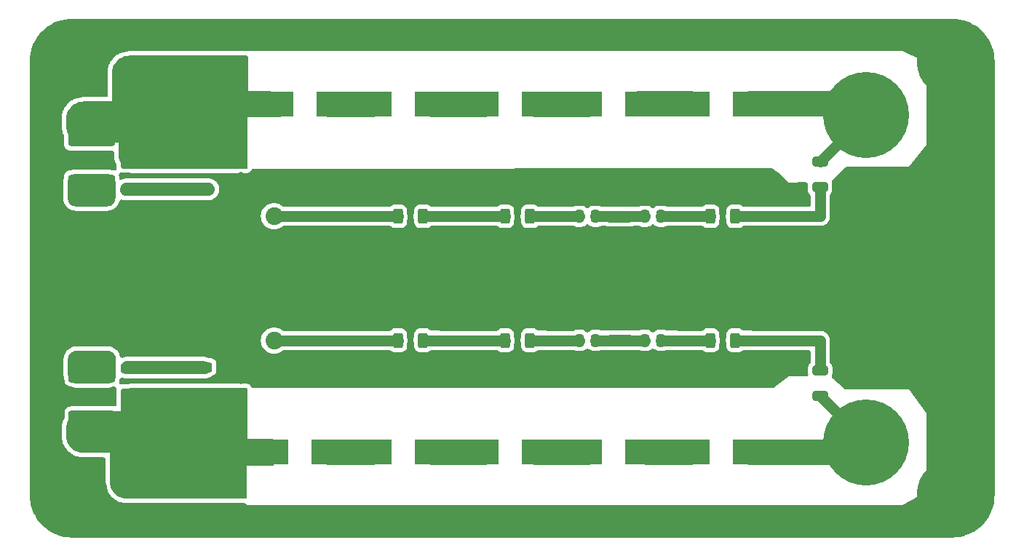
<source format=gbl>
G04 #@! TF.GenerationSoftware,KiCad,Pcbnew,7.0.7*
G04 #@! TF.CreationDate,2023-09-14T15:12:29+02:00*
G04 #@! TF.ProjectId,5uH_LISN,3575485f-4c49-4534-9e2e-6b696361645f,V1 R0*
G04 #@! TF.SameCoordinates,Original*
G04 #@! TF.FileFunction,Copper,L2,Bot*
G04 #@! TF.FilePolarity,Positive*
%FSLAX46Y46*%
G04 Gerber Fmt 4.6, Leading zero omitted, Abs format (unit mm)*
G04 Created by KiCad (PCBNEW 7.0.7) date 2023-09-14 15:12:29*
%MOMM*%
%LPD*%
G01*
G04 APERTURE LIST*
G04 Aperture macros list*
%AMRoundRect*
0 Rectangle with rounded corners*
0 $1 Rounding radius*
0 $2 $3 $4 $5 $6 $7 $8 $9 X,Y pos of 4 corners*
0 Add a 4 corners polygon primitive as box body*
4,1,4,$2,$3,$4,$5,$6,$7,$8,$9,$2,$3,0*
0 Add four circle primitives for the rounded corners*
1,1,$1+$1,$2,$3*
1,1,$1+$1,$4,$5*
1,1,$1+$1,$6,$7*
1,1,$1+$1,$8,$9*
0 Add four rect primitives between the rounded corners*
20,1,$1+$1,$2,$3,$4,$5,0*
20,1,$1+$1,$4,$5,$6,$7,0*
20,1,$1+$1,$6,$7,$8,$9,0*
20,1,$1+$1,$8,$9,$2,$3,0*%
G04 Aperture macros list end*
G04 #@! TA.AperFunction,ComponentPad*
%ADD10C,2.050000*%
G04 #@! TD*
G04 #@! TA.AperFunction,ComponentPad*
%ADD11C,2.250000*%
G04 #@! TD*
G04 #@! TA.AperFunction,ComponentPad*
%ADD12C,10.000000*%
G04 #@! TD*
G04 #@! TA.AperFunction,ComponentPad*
%ADD13C,8.000000*%
G04 #@! TD*
G04 #@! TA.AperFunction,SMDPad,CuDef*
%ADD14RoundRect,0.250000X-2.450000X0.650000X-2.450000X-0.650000X2.450000X-0.650000X2.450000X0.650000X0*%
G04 #@! TD*
G04 #@! TA.AperFunction,SMDPad,CuDef*
%ADD15RoundRect,0.250000X2.450000X-0.650000X2.450000X0.650000X-2.450000X0.650000X-2.450000X-0.650000X0*%
G04 #@! TD*
G04 #@! TA.AperFunction,SMDPad,CuDef*
%ADD16RoundRect,0.249999X-1.100001X0.325001X-1.100001X-0.325001X1.100001X-0.325001X1.100001X0.325001X0*%
G04 #@! TD*
G04 #@! TA.AperFunction,SMDPad,CuDef*
%ADD17RoundRect,0.249999X1.100001X-0.325001X1.100001X0.325001X-1.100001X0.325001X-1.100001X-0.325001X0*%
G04 #@! TD*
G04 #@! TA.AperFunction,SMDPad,CuDef*
%ADD18R,0.914400X0.914400*%
G04 #@! TD*
G04 #@! TA.AperFunction,SMDPad,CuDef*
%ADD19R,2.540000X1.016000*%
G04 #@! TD*
G04 #@! TA.AperFunction,SMDPad,CuDef*
%ADD20RoundRect,0.249998X0.450002X-0.262502X0.450002X0.262502X-0.450002X0.262502X-0.450002X-0.262502X0*%
G04 #@! TD*
G04 #@! TA.AperFunction,SMDPad,CuDef*
%ADD21RoundRect,0.249998X-0.450002X0.262502X-0.450002X-0.262502X0.450002X-0.262502X0.450002X0.262502X0*%
G04 #@! TD*
G04 #@! TA.AperFunction,SMDPad,CuDef*
%ADD22RoundRect,0.249999X-2.125001X0.275001X-2.125001X-0.275001X2.125001X-0.275001X2.125001X0.275001X0*%
G04 #@! TD*
G04 #@! TA.AperFunction,SMDPad,CuDef*
%ADD23RoundRect,0.249999X2.125001X-0.275001X2.125001X0.275001X-2.125001X0.275001X-2.125001X-0.275001X0*%
G04 #@! TD*
G04 #@! TA.AperFunction,SMDPad,CuDef*
%ADD24RoundRect,0.249997X-0.312503X-0.625003X0.312503X-0.625003X0.312503X0.625003X-0.312503X0.625003X0*%
G04 #@! TD*
G04 #@! TA.AperFunction,SMDPad,CuDef*
%ADD25RoundRect,0.249997X-0.625003X0.312503X-0.625003X-0.312503X0.625003X-0.312503X0.625003X0.312503X0*%
G04 #@! TD*
G04 #@! TA.AperFunction,SMDPad,CuDef*
%ADD26RoundRect,0.249997X0.625003X-0.312503X0.625003X0.312503X-0.625003X0.312503X-0.625003X-0.312503X0*%
G04 #@! TD*
G04 #@! TA.AperFunction,SMDPad,CuDef*
%ADD27RoundRect,0.250000X-0.250000X-0.475000X0.250000X-0.475000X0.250000X0.475000X-0.250000X0.475000X0*%
G04 #@! TD*
G04 #@! TA.AperFunction,SMDPad,CuDef*
%ADD28RoundRect,0.249999X-0.650001X0.325001X-0.650001X-0.325001X0.650001X-0.325001X0.650001X0.325001X0*%
G04 #@! TD*
G04 #@! TA.AperFunction,SMDPad,CuDef*
%ADD29RoundRect,0.249999X0.650001X-0.325001X0.650001X0.325001X-0.650001X0.325001X-0.650001X-0.325001X0*%
G04 #@! TD*
G04 #@! TA.AperFunction,SMDPad,CuDef*
%ADD30R,3.600000X1.050000*%
G04 #@! TD*
G04 #@! TA.AperFunction,SMDPad,CuDef*
%ADD31R,3.000000X3.000000*%
G04 #@! TD*
G04 #@! TA.AperFunction,ViaPad*
%ADD32C,0.900000*%
G04 #@! TD*
G04 #@! TA.AperFunction,ViaPad*
%ADD33C,0.800000*%
G04 #@! TD*
G04 #@! TA.AperFunction,Conductor*
%ADD34C,3.000000*%
G04 #@! TD*
G04 #@! TA.AperFunction,Conductor*
%ADD35C,1.774160*%
G04 #@! TD*
G04 #@! TA.AperFunction,Conductor*
%ADD36C,1.231000*%
G04 #@! TD*
G04 APERTURE END LIST*
D10*
X128576000Y-103005500D03*
D11*
X126036000Y-100465500D03*
X131116000Y-105545500D03*
X126036000Y-105545500D03*
X131116000Y-100465500D03*
D10*
X128576000Y-117462000D03*
D11*
X126036000Y-114922000D03*
X126036000Y-120002000D03*
X131116000Y-120002000D03*
X131116000Y-114922000D03*
D12*
X115076000Y-110262000D03*
D13*
X105226000Y-135462000D03*
X105226000Y-84962000D03*
X207326000Y-84962000D03*
X207326000Y-135462000D03*
D12*
X115076000Y-91202000D03*
X115076000Y-129322000D03*
X197476000Y-110262000D03*
X197476000Y-91202000D03*
X197476000Y-129322000D03*
D14*
X107342000Y-93978000D03*
X107342000Y-99078000D03*
D15*
X107400000Y-126535000D03*
X107400000Y-121435000D03*
D16*
X117704000Y-96887000D03*
X117704000Y-99837000D03*
D17*
X112104000Y-123648000D03*
X112104000Y-120698000D03*
D16*
X112104000Y-96887000D03*
X112104000Y-99837000D03*
D17*
X117704000Y-123598000D03*
X117704000Y-120648000D03*
D18*
X135665000Y-105078000D03*
X133887000Y-105078000D03*
X134776000Y-103046000D03*
X153565000Y-105128000D03*
X151787000Y-105128000D03*
X152676000Y-103096000D03*
X135665000Y-119528000D03*
X133887000Y-119528000D03*
X134776000Y-117496000D03*
X153565000Y-119628000D03*
X151787000Y-119628000D03*
X152676000Y-117596000D03*
D19*
X168776000Y-103219000D03*
X168776000Y-105505000D03*
D20*
X139120000Y-104830500D03*
X139120000Y-103005500D03*
D21*
X139120000Y-115637000D03*
X139120000Y-117462000D03*
D22*
X107342000Y-101159000D03*
X107342000Y-104109000D03*
D23*
X107400000Y-119364000D03*
X107400000Y-116414000D03*
D20*
X141152000Y-104830500D03*
X141152000Y-103005500D03*
D21*
X141152000Y-115637000D03*
X141152000Y-117462000D03*
D24*
X142991500Y-103009000D03*
X145916500Y-103009000D03*
X142991500Y-117448000D03*
X145916500Y-117448000D03*
D25*
X120504000Y-99949500D03*
X120504000Y-102874500D03*
D26*
X114904000Y-120585500D03*
X114904000Y-117660500D03*
D20*
X147756000Y-104830500D03*
X147756000Y-103005500D03*
D21*
X147756000Y-115637000D03*
X147756000Y-117462000D03*
D25*
X114904000Y-99949500D03*
X114904000Y-102874500D03*
D26*
X120504000Y-120585500D03*
X120504000Y-117660500D03*
D20*
X149788000Y-104830500D03*
X149788000Y-103005500D03*
D21*
X149788000Y-115637000D03*
X149788000Y-117462000D03*
D27*
X164086000Y-103009000D03*
X165986000Y-103009000D03*
X164086000Y-117448000D03*
X165986000Y-117448000D03*
X171706000Y-103009000D03*
X173606000Y-103009000D03*
X171706000Y-117448000D03*
X173606000Y-117448000D03*
D28*
X192076000Y-96671000D03*
X192076000Y-99621000D03*
D29*
X192118000Y-123903000D03*
X192118000Y-120953000D03*
D24*
X155445500Y-103009000D03*
X158370500Y-103009000D03*
X155445500Y-117448000D03*
X158370500Y-117448000D03*
D20*
X160210000Y-104830500D03*
X160210000Y-103005500D03*
D21*
X160210000Y-115637000D03*
X160210000Y-117462000D03*
D20*
X162242000Y-104830500D03*
X162242000Y-103005500D03*
D21*
X162242000Y-115637000D03*
X162242000Y-117462000D03*
D20*
X175450000Y-104830500D03*
X175450000Y-103005500D03*
D21*
X175450000Y-115637000D03*
X175450000Y-117462000D03*
D20*
X177482000Y-104830500D03*
X177482000Y-103005500D03*
D21*
X177482000Y-115637000D03*
X177482000Y-117462000D03*
D24*
X179321500Y-103009000D03*
X182246500Y-103009000D03*
X179321500Y-117448000D03*
X182246500Y-117448000D03*
D20*
X186118000Y-104824500D03*
X186118000Y-102999500D03*
D21*
X186118000Y-115637000D03*
X186118000Y-117462000D03*
D20*
X184086000Y-104824500D03*
X184086000Y-102999500D03*
D21*
X184086000Y-115637000D03*
X184086000Y-117462000D03*
D30*
X190000000Y-107860000D03*
X190000000Y-103010000D03*
X190000000Y-112612000D03*
X190000000Y-117462000D03*
D31*
X140776000Y-130462000D03*
X146376000Y-130462000D03*
X128776000Y-130462000D03*
X134376000Y-130462000D03*
X177776000Y-130462000D03*
X183376000Y-130462000D03*
X165276000Y-130462000D03*
X170876000Y-130462000D03*
X165276000Y-89962000D03*
X170876000Y-89962000D03*
D19*
X168876000Y-117319000D03*
X168876000Y-119605000D03*
D31*
X140776000Y-89962000D03*
X146376000Y-89962000D03*
X129376000Y-89962000D03*
X134976000Y-89962000D03*
X153276000Y-89962000D03*
X158876000Y-89962000D03*
X153276000Y-130462000D03*
X158876000Y-130462000D03*
X177776000Y-89962000D03*
X183376000Y-89962000D03*
D32*
X111252000Y-81026000D03*
X113792000Y-81026000D03*
X116332000Y-81026000D03*
X118872000Y-81026000D03*
X121412000Y-81026000D03*
X123952000Y-81026000D03*
X126492000Y-81026000D03*
X129032000Y-81026000D03*
X131572000Y-81026000D03*
X134112000Y-81026000D03*
X136652000Y-81026000D03*
X139192000Y-81026000D03*
X141732000Y-81026000D03*
X144272000Y-81026000D03*
X146812000Y-81026000D03*
X149352000Y-81026000D03*
X151892000Y-81026000D03*
X154432000Y-81026000D03*
X156972000Y-81026000D03*
X159512000Y-81026000D03*
X162052000Y-81026000D03*
X164592000Y-81026000D03*
X167132000Y-81026000D03*
X169672000Y-81026000D03*
X172212000Y-81026000D03*
X174752000Y-81026000D03*
X177292000Y-81026000D03*
X179832000Y-81026000D03*
X182372000Y-81026000D03*
X184912000Y-81026000D03*
X187452000Y-81026000D03*
X189992000Y-81026000D03*
X192532000Y-81026000D03*
X195072000Y-81026000D03*
X197612000Y-81026000D03*
X200152000Y-81026000D03*
X202692000Y-81026000D03*
X172720000Y-139192000D03*
X175260000Y-139192000D03*
X127000000Y-139192000D03*
X162560000Y-139192000D03*
X165100000Y-139192000D03*
X187960000Y-139192000D03*
X190500000Y-139192000D03*
X119380000Y-139192000D03*
X132080000Y-139192000D03*
X134620000Y-139192000D03*
X142240000Y-139192000D03*
X144780000Y-139192000D03*
X147320000Y-139192000D03*
X149860000Y-139192000D03*
X121920000Y-139192000D03*
X177800000Y-139192000D03*
X180340000Y-139192000D03*
X203200000Y-139192000D03*
X114300000Y-139192000D03*
X116840000Y-139192000D03*
X109220000Y-139192000D03*
X193040000Y-139192000D03*
X195580000Y-139192000D03*
X182880000Y-139192000D03*
X185420000Y-139192000D03*
X167640000Y-139192000D03*
X170180000Y-139192000D03*
X152400000Y-139192000D03*
X154940000Y-139192000D03*
X129540000Y-139192000D03*
X198120000Y-139192000D03*
X200660000Y-139192000D03*
X124460000Y-139192000D03*
X111760000Y-139192000D03*
X137160000Y-139192000D03*
X139700000Y-139192000D03*
X157480000Y-139192000D03*
X160020000Y-139192000D03*
X165354000Y-110236000D03*
X167894000Y-110236000D03*
X155194000Y-110236000D03*
X157734000Y-110236000D03*
X180594000Y-110236000D03*
X183134000Y-110236000D03*
X127254000Y-110236000D03*
X134874000Y-110236000D03*
X137414000Y-110236000D03*
X139954000Y-110236000D03*
X142494000Y-110236000D03*
X170434000Y-110236000D03*
X172974000Y-110236000D03*
X185674000Y-110236000D03*
X188214000Y-110236000D03*
X175514000Y-110236000D03*
X178054000Y-110236000D03*
X160274000Y-110236000D03*
X162814000Y-110236000D03*
X145034000Y-110236000D03*
X147574000Y-110236000D03*
X190754000Y-110236000D03*
X129794000Y-110236000D03*
X132334000Y-110236000D03*
X150114000Y-110236000D03*
X152654000Y-110236000D03*
D33*
X160274000Y-98298000D03*
X162814000Y-98298000D03*
X137414000Y-98298000D03*
X172974000Y-98298000D03*
X170434000Y-98298000D03*
X165354000Y-98298000D03*
X157734000Y-98298000D03*
X152654000Y-98298000D03*
X127254000Y-98298000D03*
X139954000Y-98298000D03*
X142494000Y-98298000D03*
X145034000Y-98298000D03*
X147574000Y-98298000D03*
X167894000Y-98298000D03*
X180594000Y-98298000D03*
X124714000Y-98298000D03*
X132334000Y-98298000D03*
X150114000Y-98298000D03*
X129794000Y-98298000D03*
X134874000Y-98298000D03*
X155194000Y-98298000D03*
X175514000Y-98298000D03*
X178054000Y-98298000D03*
X183134000Y-98298000D03*
X162814000Y-122174000D03*
X178054000Y-122174000D03*
X183134000Y-122174000D03*
X165354000Y-122174000D03*
X170434000Y-122174000D03*
X180594000Y-122174000D03*
X124714000Y-122174000D03*
X172974000Y-122174000D03*
X160274000Y-122174000D03*
X157734000Y-122174000D03*
X155194000Y-122174000D03*
X175514000Y-122174000D03*
X129794000Y-122174000D03*
X134874000Y-122174000D03*
X152654000Y-122174000D03*
X139954000Y-122174000D03*
X137414000Y-122174000D03*
X142494000Y-122174000D03*
X147574000Y-122174000D03*
X167894000Y-122174000D03*
X127254000Y-122174000D03*
X132334000Y-122174000D03*
X150114000Y-122174000D03*
X145034000Y-122174000D03*
D32*
X211328000Y-88392000D03*
X211328000Y-90932000D03*
X211328000Y-93472000D03*
X211328000Y-96012000D03*
X211328000Y-98552000D03*
X211328000Y-101092000D03*
X211328000Y-103632000D03*
X211328000Y-106172000D03*
X211328000Y-108712000D03*
X211328000Y-111252000D03*
X211328000Y-113792000D03*
X211328000Y-116332000D03*
X211328000Y-118872000D03*
X211328000Y-121412000D03*
X211328000Y-123952000D03*
X211328000Y-126492000D03*
X211328000Y-129032000D03*
X211328000Y-131572000D03*
X101346000Y-108712000D03*
X101346000Y-118872000D03*
X101346000Y-121412000D03*
X101346000Y-129032000D03*
X101346000Y-131572000D03*
X101346000Y-93472000D03*
X101346000Y-98552000D03*
X101346000Y-111252000D03*
X101346000Y-103632000D03*
X101346000Y-96012000D03*
X101346000Y-101092000D03*
X101346000Y-123952000D03*
X101346000Y-126492000D03*
X101346000Y-106172000D03*
X101346000Y-113792000D03*
X101346000Y-116332000D03*
X101346000Y-88392000D03*
X101346000Y-90932000D03*
D33*
X185420000Y-98298000D03*
X185420000Y-122174000D03*
X195834000Y-98285300D03*
X195834000Y-100825300D03*
X195834000Y-103365300D03*
X195823840Y-122204480D03*
X195823840Y-117124480D03*
X195823840Y-119664480D03*
X123576000Y-108460540D03*
X123565840Y-112059720D03*
X123576000Y-103380540D03*
X123576000Y-100840540D03*
X123576000Y-105920540D03*
X123565840Y-119679720D03*
X123565840Y-117139720D03*
X123576000Y-110251240D03*
X123565840Y-114599720D03*
D32*
X135726000Y-120412000D03*
X205076000Y-130462000D03*
X103226000Y-90932000D03*
X103226000Y-111252000D03*
X105576000Y-132462000D03*
X133876000Y-120412000D03*
X185676000Y-114662000D03*
X182880000Y-137362000D03*
X141676000Y-105862000D03*
X209226000Y-113782000D03*
X103576000Y-132962000D03*
X210076000Y-85962000D03*
X199076000Y-122462000D03*
X159676000Y-105812000D03*
X148276000Y-105812000D03*
X116840000Y-137362000D03*
X152400000Y-137362000D03*
X108076000Y-85962000D03*
X175876000Y-114662000D03*
X185676000Y-105812000D03*
X174876000Y-105812000D03*
X207576000Y-81962000D03*
X210076000Y-83962000D03*
X118872000Y-82962000D03*
X169826000Y-106462000D03*
X205076000Y-92962000D03*
X151776000Y-106012000D03*
X200076000Y-97962000D03*
X147276000Y-114662000D03*
X119526000Y-116612000D03*
X114876000Y-116612000D03*
X210076000Y-136462000D03*
X150276000Y-105812000D03*
X102576000Y-134462000D03*
X102576000Y-136462000D03*
X123952000Y-82962000D03*
X156972000Y-82962000D03*
X191076000Y-108762000D03*
X151776000Y-120512000D03*
X105026000Y-105112000D03*
X103576000Y-87462000D03*
X142240000Y-137362000D03*
X139676000Y-105862000D03*
X157480000Y-137362000D03*
X167826000Y-120512000D03*
X103226000Y-118872000D03*
X144780000Y-137362000D03*
X195072000Y-82962000D03*
X111760000Y-137362000D03*
X131572000Y-82962000D03*
X209226000Y-93462000D03*
X198120000Y-137362000D03*
X119380000Y-137362000D03*
X127000000Y-137362000D03*
X105576000Y-138462000D03*
X102576000Y-85962000D03*
X179832000Y-82962000D03*
X113926000Y-103962000D03*
X108076000Y-136462000D03*
X102576000Y-83962000D03*
X168876000Y-120512000D03*
X209226000Y-116322000D03*
X106926000Y-115412000D03*
X103226000Y-113792000D03*
X189992000Y-82962000D03*
X135676000Y-105962000D03*
X180340000Y-137362000D03*
X209226000Y-111242000D03*
X182372000Y-82962000D03*
X116332000Y-82962000D03*
X148276000Y-114662000D03*
X108826000Y-105112000D03*
X209226000Y-121402000D03*
X105576000Y-87962000D03*
X109776000Y-105112000D03*
X205076000Y-127962000D03*
X197612000Y-82962000D03*
X183676000Y-114662000D03*
X204576000Y-83962000D03*
X185420000Y-137362000D03*
X105026000Y-115412000D03*
X209226000Y-108702000D03*
X203200000Y-137362000D03*
X136652000Y-82962000D03*
X205576000Y-132962000D03*
X177876000Y-105812000D03*
X175260000Y-137362000D03*
X162052000Y-82962000D03*
X202576000Y-97962000D03*
X121426000Y-116612000D03*
X147276000Y-105812000D03*
X137160000Y-137362000D03*
X149276000Y-114662000D03*
X172212000Y-82962000D03*
X165100000Y-137362000D03*
X121920000Y-137362000D03*
X103226000Y-93472000D03*
X174752000Y-82962000D03*
X197576000Y-97962000D03*
X205076000Y-125462000D03*
X202692000Y-82962000D03*
X151892000Y-82962000D03*
X187960000Y-137362000D03*
X103576000Y-137962000D03*
X107076000Y-132962000D03*
X114300000Y-137362000D03*
X141732000Y-82962000D03*
X149860000Y-137362000D03*
X103226000Y-101092000D03*
X209226000Y-123942000D03*
X176876000Y-114662000D03*
X204076000Y-124462000D03*
X149352000Y-82962000D03*
X200660000Y-137362000D03*
X134112000Y-82962000D03*
X187452000Y-82962000D03*
X161676000Y-114662000D03*
X195580000Y-137362000D03*
X172720000Y-137362000D03*
X205076000Y-90462000D03*
X190026000Y-111712000D03*
X177800000Y-137362000D03*
X103226000Y-126492000D03*
X174876000Y-114662000D03*
X168776000Y-106462000D03*
X153576000Y-120512000D03*
X205076000Y-95462000D03*
X188976000Y-111712000D03*
X154432000Y-82962000D03*
X176876000Y-105812000D03*
X167726000Y-106462000D03*
X167132000Y-82962000D03*
X177876000Y-114662000D03*
X167640000Y-137362000D03*
X126492000Y-82962000D03*
X115826000Y-103962000D03*
X164592000Y-82962000D03*
X114876000Y-103962000D03*
X140676000Y-114712000D03*
X204576000Y-134462000D03*
X159676000Y-114662000D03*
X129032000Y-82962000D03*
X205576000Y-87462000D03*
X162676000Y-114662000D03*
X103226000Y-121412000D03*
X108076000Y-83962000D03*
X205576000Y-82462000D03*
X205576000Y-137962000D03*
X210076000Y-134462000D03*
X144272000Y-82962000D03*
X161676000Y-105812000D03*
X197076000Y-122462000D03*
X201076000Y-122462000D03*
X209226000Y-129022000D03*
X106926000Y-105112000D03*
X188976000Y-108762000D03*
X146812000Y-82962000D03*
X129540000Y-137362000D03*
X184676000Y-114662000D03*
X108712000Y-82962000D03*
X207576000Y-132462000D03*
X108826000Y-115412000D03*
X209226000Y-98542000D03*
X103226000Y-108712000D03*
X162560000Y-137362000D03*
X105976000Y-105112000D03*
X140676000Y-105862000D03*
X139192000Y-82962000D03*
X107076000Y-82462000D03*
X138676000Y-105862000D03*
X108076000Y-134462000D03*
X200152000Y-82962000D03*
X103576000Y-82462000D03*
X160676000Y-114662000D03*
X209226000Y-90922000D03*
X107876000Y-105112000D03*
X209076000Y-87462000D03*
X162676000Y-105812000D03*
X209226000Y-106162000D03*
X184676000Y-105812000D03*
X183676000Y-105812000D03*
X209226000Y-96002000D03*
X209226000Y-118862000D03*
X105976000Y-115412000D03*
X107076000Y-87462000D03*
X169672000Y-82962000D03*
X109220000Y-137362000D03*
X193040000Y-137362000D03*
X209226000Y-101082000D03*
X170180000Y-137362000D03*
X190500000Y-137362000D03*
X192532000Y-82962000D03*
X177292000Y-82962000D03*
X203076000Y-122462000D03*
X109776000Y-115412000D03*
X160020000Y-137362000D03*
X111252000Y-82962000D03*
X209076000Y-82462000D03*
X107076000Y-137962000D03*
X138676000Y-114712000D03*
X108712000Y-81026000D03*
X209076000Y-137962000D03*
X141676000Y-114712000D03*
X207576000Y-138462000D03*
X159512000Y-82962000D03*
X150276000Y-114662000D03*
X160676000Y-105812000D03*
X113792000Y-82962000D03*
X175876000Y-105812000D03*
X120526000Y-103962000D03*
X120476000Y-116612000D03*
X169926000Y-120512000D03*
X107876000Y-115412000D03*
X190026000Y-108762000D03*
X139676000Y-114712000D03*
X204576000Y-136462000D03*
X191076000Y-111712000D03*
X184912000Y-82962000D03*
X133876000Y-105962000D03*
X113926000Y-116612000D03*
X153576000Y-106012000D03*
X103226000Y-103632000D03*
X149276000Y-105812000D03*
X154940000Y-137362000D03*
X209226000Y-103622000D03*
X119576000Y-103962000D03*
X134620000Y-137362000D03*
X139700000Y-137362000D03*
X115826000Y-116612000D03*
X103226000Y-116332000D03*
X121476000Y-103962000D03*
X103226000Y-123952000D03*
X103226000Y-106172000D03*
X103226000Y-129032000D03*
X147320000Y-137362000D03*
X121412000Y-82962000D03*
X105576000Y-81962000D03*
X132080000Y-137362000D03*
X186676000Y-114662000D03*
X209076000Y-132962000D03*
X204576000Y-85962000D03*
X103226000Y-98552000D03*
X209226000Y-126482000D03*
X186676000Y-105812000D03*
X124460000Y-137362000D03*
X103226000Y-96012000D03*
X207576000Y-87962000D03*
D34*
X129000000Y-89962000D02*
X115076000Y-89962000D01*
X165000000Y-130462000D02*
X159000000Y-130462000D01*
X172000000Y-130462000D02*
X177000000Y-130462000D01*
D35*
X175998000Y-130462000D02*
X178148000Y-130462000D01*
X170848000Y-130462000D02*
X172998000Y-130462000D01*
D36*
X171702500Y-103005500D02*
X171706000Y-103009000D01*
X168846000Y-103005500D02*
X171702500Y-103005500D01*
X165986000Y-103009000D02*
X168834000Y-103009000D01*
X168834000Y-103009000D02*
X168846000Y-102997000D01*
X158370500Y-103009000D02*
X160206500Y-103009000D01*
X164082500Y-103005500D02*
X164086000Y-103009000D01*
X160210000Y-103005500D02*
X162242000Y-103005500D01*
X162242000Y-103005500D02*
X164082500Y-103005500D01*
X160206500Y-103009000D02*
X160210000Y-103005500D01*
X165986000Y-117448000D02*
X168846000Y-117448000D01*
X168846000Y-117448000D02*
X171706000Y-117448000D01*
X158370500Y-117448000D02*
X160196000Y-117448000D01*
X160210000Y-117462000D02*
X162242000Y-117462000D01*
X162242000Y-117462000D02*
X164072000Y-117462000D01*
X164072000Y-117462000D02*
X164086000Y-117448000D01*
X160196000Y-117448000D02*
X160210000Y-117462000D01*
X177482000Y-103005500D02*
X179318000Y-103005500D01*
X173606000Y-103009000D02*
X175446500Y-103009000D01*
X175450000Y-103005500D02*
X177482000Y-103005500D01*
X179318000Y-103005500D02*
X179321500Y-103009000D01*
X175446500Y-103009000D02*
X175450000Y-103005500D01*
X177482000Y-117462000D02*
X179307500Y-117462000D01*
X175436000Y-117448000D02*
X175450000Y-117462000D01*
X175450000Y-117462000D02*
X177482000Y-117462000D01*
X179307500Y-117462000D02*
X179321500Y-117448000D01*
X173606000Y-117448000D02*
X175436000Y-117448000D01*
X184082500Y-103009000D02*
X184086000Y-103005500D01*
X182246500Y-103009000D02*
X184082500Y-103009000D01*
X184086000Y-103005500D02*
X186118000Y-103005500D01*
X192118000Y-103009680D02*
X192118000Y-99800000D01*
X185826000Y-103012000D02*
X192118000Y-103009680D01*
D34*
X192278000Y-89916000D02*
X197430000Y-89916000D01*
X197430000Y-89916000D02*
X197476000Y-89962000D01*
X184000000Y-89916000D02*
X189992000Y-89916000D01*
X189992000Y-89916000D02*
X192278000Y-89916000D01*
D36*
X197476000Y-91313000D02*
X192118000Y-96671000D01*
D35*
X197476000Y-89962000D02*
X197476000Y-91313000D01*
D36*
X186026000Y-117462000D02*
X192118000Y-117467400D01*
X184072000Y-117448000D02*
X184086000Y-117462000D01*
X192118000Y-117467400D02*
X191618000Y-117467400D01*
X182246500Y-117448000D02*
X184072000Y-117448000D01*
X192118000Y-117467400D02*
X192118000Y-120800000D01*
X184086000Y-117462000D02*
X186118000Y-117462000D01*
D35*
X197476000Y-130462000D02*
X197476000Y-129261000D01*
D34*
X197476000Y-130462000D02*
X184000000Y-130462000D01*
D36*
X197476000Y-129261000D02*
X192118000Y-123903000D01*
X115011000Y-123647000D02*
X115025000Y-130411000D01*
X112254000Y-123647000D02*
X115011000Y-123647000D01*
D34*
X127226000Y-130462000D02*
X115076000Y-130462000D01*
D36*
X115025000Y-130411000D02*
X115076000Y-130462000D01*
D34*
X153000000Y-89962000D02*
X147000000Y-89962000D01*
X171000000Y-89916000D02*
X177000000Y-89916000D01*
X140000000Y-89962000D02*
X135000000Y-89962000D01*
X159000000Y-89962000D02*
X165000000Y-89962000D01*
X140000000Y-130462000D02*
X135000000Y-130462000D01*
X153000000Y-130462000D02*
X147000000Y-130462000D01*
D36*
X139120000Y-103005500D02*
X141152000Y-103005500D01*
X142988000Y-103005500D02*
X142991500Y-103009000D01*
X136888000Y-103005500D02*
X139120000Y-103005500D01*
X134402000Y-103005500D02*
X136888000Y-103005500D01*
X141152000Y-103005500D02*
X142988000Y-103005500D01*
X128576000Y-103005500D02*
X134402000Y-103005500D01*
X155442000Y-103005500D02*
X155445500Y-103009000D01*
X147752500Y-103009000D02*
X147756000Y-103005500D01*
X153406000Y-103005500D02*
X155442000Y-103005500D01*
X151520000Y-103005500D02*
X153906000Y-103005500D01*
X149788000Y-103005500D02*
X152020000Y-103005500D01*
X147756000Y-103005500D02*
X149788000Y-103005500D01*
X145916500Y-103009000D02*
X147752500Y-103009000D01*
X141152000Y-117462000D02*
X142977500Y-117462000D01*
X139120000Y-117462000D02*
X141152000Y-117462000D01*
X136888000Y-117462000D02*
X139120000Y-117462000D01*
X128576000Y-117462000D02*
X134402000Y-117462000D01*
X142977500Y-117462000D02*
X142991500Y-117448000D01*
X134402000Y-117462000D02*
X136888000Y-117462000D01*
X151520000Y-117462000D02*
X153906000Y-117462000D01*
X153406000Y-117462000D02*
X155431500Y-117462000D01*
X147742000Y-117448000D02*
X147756000Y-117462000D01*
X149788000Y-117462000D02*
X152020000Y-117462000D01*
X145916500Y-117448000D02*
X147742000Y-117448000D01*
X155431500Y-117462000D02*
X155445500Y-117448000D01*
X147756000Y-117462000D02*
X149788000Y-117462000D01*
G04 #@! TA.AperFunction,Conductor*
G36*
X125418121Y-123018002D02*
G01*
X125464614Y-123071658D01*
X125476000Y-123123999D01*
X125476000Y-128912000D01*
X128398000Y-128912000D01*
X128466121Y-128932002D01*
X128512614Y-128985658D01*
X128524000Y-129038000D01*
X128523999Y-131935984D01*
X128503997Y-132004105D01*
X128450341Y-132050598D01*
X128397984Y-132061984D01*
X125430755Y-132061640D01*
X125426585Y-135462000D01*
X125426214Y-135764155D01*
X125406128Y-135832251D01*
X125352416Y-135878678D01*
X125300214Y-135890000D01*
X111476252Y-135890000D01*
X111471756Y-135889839D01*
X111198354Y-135870285D01*
X111180560Y-135867726D01*
X110919345Y-135810902D01*
X110902095Y-135805838D01*
X110651613Y-135712413D01*
X110635261Y-135704945D01*
X110400625Y-135576824D01*
X110385501Y-135567104D01*
X110171490Y-135406897D01*
X110157904Y-135395124D01*
X109968875Y-135206095D01*
X109957102Y-135192509D01*
X109796895Y-134978498D01*
X109787175Y-134963374D01*
X109659054Y-134728738D01*
X109651589Y-134712392D01*
X109558158Y-134461896D01*
X109553097Y-134444654D01*
X109496273Y-134183439D01*
X109493714Y-134165645D01*
X109474160Y-133892244D01*
X109474000Y-133887775D01*
X109474000Y-132556000D01*
X109474000Y-130556000D01*
X107474000Y-130556000D01*
X107473994Y-130556000D01*
X106396252Y-130556000D01*
X106391756Y-130555839D01*
X106118354Y-130536285D01*
X106100560Y-130533726D01*
X105839345Y-130476902D01*
X105822095Y-130471838D01*
X105571613Y-130378413D01*
X105555261Y-130370945D01*
X105320625Y-130242824D01*
X105305501Y-130233104D01*
X105091490Y-130072897D01*
X105077904Y-130061124D01*
X104888875Y-129872095D01*
X104877102Y-129858509D01*
X104716895Y-129644498D01*
X104707175Y-129629374D01*
X104579054Y-129394738D01*
X104571589Y-129378392D01*
X104478158Y-129127896D01*
X104473097Y-129110654D01*
X104434234Y-128932002D01*
X104416272Y-128849435D01*
X104413714Y-128831644D01*
X104394161Y-128558244D01*
X104394000Y-128553748D01*
X104394000Y-127732251D01*
X104394161Y-127727755D01*
X104413714Y-127454355D01*
X104416272Y-127436566D01*
X104473098Y-127175338D01*
X104478157Y-127158107D01*
X104571591Y-126907601D01*
X104579050Y-126891268D01*
X104707178Y-126656620D01*
X104716891Y-126641506D01*
X104877108Y-126427482D01*
X104888868Y-126413911D01*
X105077911Y-126224868D01*
X105091482Y-126213108D01*
X105305506Y-126052891D01*
X105320620Y-126043178D01*
X105555268Y-125915050D01*
X105571601Y-125907591D01*
X105822107Y-125814157D01*
X105839338Y-125809098D01*
X106100566Y-125752272D01*
X106118349Y-125749714D01*
X106236267Y-125741281D01*
X106391756Y-125730161D01*
X106396252Y-125730000D01*
X109377999Y-125730000D01*
X109378000Y-125730000D01*
X110744000Y-125730000D01*
X110744000Y-124363999D01*
X110763792Y-124137773D01*
X110767606Y-124116148D01*
X110823530Y-123907434D01*
X110831033Y-123886821D01*
X110922355Y-123690979D01*
X110933326Y-123671978D01*
X111057267Y-123494971D01*
X111071374Y-123478160D01*
X111224160Y-123325374D01*
X111240971Y-123311267D01*
X111417978Y-123187326D01*
X111436979Y-123176355D01*
X111632821Y-123085033D01*
X111653434Y-123077530D01*
X111862152Y-123021605D01*
X111883773Y-123017792D01*
X111964604Y-123010720D01*
X112107264Y-122998240D01*
X112112758Y-122998000D01*
X125350000Y-122998000D01*
X125418121Y-123018002D01*
G37*
G04 #@! TD.AperFunction*
G04 #@! TA.AperFunction,Conductor*
G36*
X118805015Y-119876145D02*
G01*
X118806363Y-119872894D01*
X118826000Y-119881028D01*
X118826000Y-119886000D01*
X120422456Y-119886000D01*
X120429514Y-119886395D01*
X120581460Y-119903516D01*
X120608956Y-119909792D01*
X120743220Y-119956773D01*
X120768634Y-119969012D01*
X120889081Y-120044693D01*
X120911141Y-120062286D01*
X121011713Y-120162858D01*
X121029306Y-120184918D01*
X121104987Y-120305365D01*
X121117228Y-120330784D01*
X121164205Y-120465035D01*
X121170484Y-120492544D01*
X121186410Y-120633892D01*
X121186410Y-120662106D01*
X121170484Y-120803455D01*
X121164205Y-120830964D01*
X121117228Y-120965215D01*
X121104987Y-120990634D01*
X121029306Y-121111081D01*
X121011713Y-121133141D01*
X120911141Y-121233713D01*
X120889081Y-121251306D01*
X120768634Y-121326987D01*
X120743215Y-121339228D01*
X120608964Y-121386205D01*
X120581456Y-121392484D01*
X120487658Y-121403052D01*
X120429513Y-121409604D01*
X120422456Y-121410000D01*
X111507544Y-121410000D01*
X111500486Y-121409604D01*
X111421980Y-121400758D01*
X111345873Y-121392183D01*
X111318366Y-121385904D01*
X111181574Y-121338038D01*
X111156154Y-121325797D01*
X111037601Y-121251306D01*
X111033436Y-121248689D01*
X111011379Y-121231098D01*
X110908901Y-121128620D01*
X110891311Y-121106564D01*
X110814201Y-120983844D01*
X110801961Y-120958425D01*
X110789735Y-120923486D01*
X110754094Y-120821628D01*
X110747817Y-120794132D01*
X110731589Y-120650102D01*
X110731589Y-120621893D01*
X110747817Y-120477867D01*
X110754093Y-120450373D01*
X110801961Y-120313572D01*
X110814199Y-120288158D01*
X110891314Y-120165430D01*
X110908897Y-120143383D01*
X111011383Y-120040897D01*
X111033430Y-120023314D01*
X111156158Y-119946199D01*
X111181574Y-119933961D01*
X111318373Y-119886093D01*
X111345867Y-119879817D01*
X111500485Y-119862395D01*
X111507544Y-119862000D01*
X118756839Y-119862000D01*
X118805015Y-119876145D01*
G37*
G04 #@! TD.AperFunction*
G04 #@! TA.AperFunction,Conductor*
G36*
X109197085Y-118651304D02*
G01*
X109254681Y-118656976D01*
X109376740Y-118668998D01*
X109400959Y-118673815D01*
X109564815Y-118723520D01*
X109587622Y-118732967D01*
X109713153Y-118800064D01*
X109738627Y-118813681D01*
X109759165Y-118827404D01*
X109891514Y-118936020D01*
X109908979Y-118953485D01*
X110017595Y-119085834D01*
X110031318Y-119106372D01*
X110112029Y-119257370D01*
X110121482Y-119280191D01*
X110171183Y-119444037D01*
X110176001Y-119468261D01*
X110193696Y-119647915D01*
X110194000Y-119654094D01*
X110194000Y-121457905D01*
X110193696Y-121464084D01*
X110176001Y-121643738D01*
X110171183Y-121667962D01*
X110121482Y-121831808D01*
X110112029Y-121854629D01*
X110031318Y-122005627D01*
X110017595Y-122026165D01*
X109908979Y-122158514D01*
X109891514Y-122175979D01*
X109759165Y-122284595D01*
X109738627Y-122298318D01*
X109587629Y-122379029D01*
X109564808Y-122388482D01*
X109400962Y-122438183D01*
X109376738Y-122443001D01*
X109197085Y-122460696D01*
X109190906Y-122461000D01*
X105609094Y-122461000D01*
X105602915Y-122460696D01*
X105423261Y-122443001D01*
X105399037Y-122438183D01*
X105235191Y-122388482D01*
X105212372Y-122379030D01*
X105164011Y-122353180D01*
X105061372Y-122298318D01*
X105040834Y-122284595D01*
X104908485Y-122175979D01*
X104891020Y-122158514D01*
X104782404Y-122026165D01*
X104768681Y-122005627D01*
X104755064Y-121980153D01*
X104687967Y-121854622D01*
X104678520Y-121831815D01*
X104628815Y-121667959D01*
X104623998Y-121643737D01*
X104606304Y-121464084D01*
X104606000Y-121457905D01*
X104606000Y-119654094D01*
X104606304Y-119647915D01*
X104623998Y-119468262D01*
X104623999Y-119468261D01*
X104623998Y-119468257D01*
X104628814Y-119444042D01*
X104678521Y-119280181D01*
X104687965Y-119257380D01*
X104768682Y-119106369D01*
X104782398Y-119085842D01*
X104891025Y-118953479D01*
X104908479Y-118936025D01*
X105040842Y-118827398D01*
X105061369Y-118813682D01*
X105212380Y-118732965D01*
X105235181Y-118723521D01*
X105399042Y-118673814D01*
X105423257Y-118668998D01*
X105555385Y-118655985D01*
X105602915Y-118651304D01*
X105609094Y-118651000D01*
X109190906Y-118651000D01*
X109197085Y-118651304D01*
G37*
G04 #@! TD.AperFunction*
G04 #@! TA.AperFunction,Conductor*
G36*
X109139085Y-98062304D02*
G01*
X109196681Y-98067976D01*
X109318740Y-98079998D01*
X109342959Y-98084815D01*
X109506815Y-98134520D01*
X109529622Y-98143967D01*
X109655153Y-98211064D01*
X109680627Y-98224681D01*
X109701165Y-98238404D01*
X109833514Y-98347020D01*
X109850979Y-98364485D01*
X109959595Y-98496834D01*
X109973318Y-98517372D01*
X110054029Y-98668370D01*
X110063482Y-98691191D01*
X110113183Y-98855037D01*
X110118001Y-98879261D01*
X110135696Y-99058915D01*
X110136000Y-99065094D01*
X110136000Y-100868905D01*
X110135696Y-100875084D01*
X110118001Y-101054738D01*
X110113183Y-101078962D01*
X110063482Y-101242808D01*
X110054029Y-101265629D01*
X109973318Y-101416627D01*
X109959595Y-101437165D01*
X109850979Y-101569514D01*
X109833514Y-101586979D01*
X109701165Y-101695595D01*
X109680627Y-101709318D01*
X109529629Y-101790029D01*
X109506808Y-101799482D01*
X109342962Y-101849183D01*
X109318738Y-101854001D01*
X109139085Y-101871696D01*
X109132906Y-101872000D01*
X105551094Y-101872000D01*
X105544915Y-101871696D01*
X105365261Y-101854001D01*
X105341037Y-101849183D01*
X105177191Y-101799482D01*
X105154372Y-101790030D01*
X105106011Y-101764180D01*
X105003372Y-101709318D01*
X104982834Y-101695595D01*
X104850485Y-101586979D01*
X104833020Y-101569514D01*
X104724404Y-101437165D01*
X104710681Y-101416627D01*
X104697064Y-101391153D01*
X104629967Y-101265622D01*
X104620520Y-101242815D01*
X104570815Y-101078959D01*
X104565998Y-101054737D01*
X104548304Y-100875084D01*
X104548000Y-100868905D01*
X104548000Y-99065094D01*
X104548304Y-99058915D01*
X104565998Y-98879262D01*
X104565999Y-98879261D01*
X104565998Y-98879257D01*
X104570814Y-98855042D01*
X104620521Y-98691181D01*
X104629965Y-98668380D01*
X104710682Y-98517369D01*
X104724398Y-98496842D01*
X104833025Y-98364479D01*
X104850479Y-98347025D01*
X104982842Y-98238398D01*
X105003369Y-98224682D01*
X105154380Y-98143965D01*
X105177181Y-98134521D01*
X105341042Y-98084814D01*
X105365257Y-98079998D01*
X105497385Y-98066985D01*
X105544915Y-98062304D01*
X105551094Y-98062000D01*
X109132906Y-98062000D01*
X109139085Y-98062304D01*
G37*
G04 #@! TD.AperFunction*
G04 #@! TA.AperFunction,Conductor*
G36*
X120939514Y-99124395D02*
G01*
X121091460Y-99141516D01*
X121118956Y-99147792D01*
X121253220Y-99194773D01*
X121278634Y-99207012D01*
X121399081Y-99282693D01*
X121421141Y-99300286D01*
X121521713Y-99400858D01*
X121539306Y-99422918D01*
X121614987Y-99543365D01*
X121627228Y-99568784D01*
X121674205Y-99703035D01*
X121680484Y-99730544D01*
X121696410Y-99871892D01*
X121696410Y-99900106D01*
X121680484Y-100041455D01*
X121674205Y-100068964D01*
X121627228Y-100203215D01*
X121614987Y-100228634D01*
X121539306Y-100349081D01*
X121521713Y-100371141D01*
X121421141Y-100471713D01*
X121399081Y-100489306D01*
X121278634Y-100564987D01*
X121253215Y-100577228D01*
X121118964Y-100624205D01*
X121091456Y-100630484D01*
X120997658Y-100641052D01*
X120939513Y-100647604D01*
X120932456Y-100648000D01*
X116740000Y-100648000D01*
X116740000Y-100652970D01*
X116720363Y-100661106D01*
X116718875Y-100657515D01*
X116697622Y-100669121D01*
X116670839Y-100672000D01*
X111421544Y-100672000D01*
X111414486Y-100671604D01*
X111321314Y-100661106D01*
X111259873Y-100654183D01*
X111232366Y-100647904D01*
X111095574Y-100600038D01*
X111070154Y-100587797D01*
X111008796Y-100549243D01*
X110947436Y-100510689D01*
X110925379Y-100493098D01*
X110822901Y-100390620D01*
X110805311Y-100368564D01*
X110728201Y-100245844D01*
X110715961Y-100220425D01*
X110703735Y-100185486D01*
X110668094Y-100083628D01*
X110661817Y-100056130D01*
X110645589Y-99912102D01*
X110645589Y-99883897D01*
X110661817Y-99739865D01*
X110668093Y-99712373D01*
X110715961Y-99575572D01*
X110728199Y-99550158D01*
X110805314Y-99427430D01*
X110822897Y-99405383D01*
X110925383Y-99302897D01*
X110947430Y-99285314D01*
X111070158Y-99208199D01*
X111095574Y-99195961D01*
X111098975Y-99194771D01*
X111232373Y-99148093D01*
X111259867Y-99141817D01*
X111414485Y-99124395D01*
X111421544Y-99124000D01*
X120932456Y-99124000D01*
X120939514Y-99124395D01*
G37*
G04 #@! TD.AperFunction*
G04 #@! TA.AperFunction,Conductor*
G36*
X125472121Y-84348002D02*
G01*
X125518614Y-84401658D01*
X125529999Y-84454000D01*
X125530000Y-88452374D01*
X128144000Y-88452374D01*
X128212121Y-88472376D01*
X128258614Y-88526032D01*
X128270000Y-88578374D01*
X128270000Y-91336000D01*
X128249998Y-91404121D01*
X128196342Y-91450614D01*
X128144000Y-91462000D01*
X125526000Y-91462000D01*
X125526000Y-97348000D01*
X125505998Y-97416121D01*
X125452342Y-97462614D01*
X125400000Y-97474000D01*
X111985482Y-97474000D01*
X111980537Y-97473806D01*
X111759329Y-97456397D01*
X111739800Y-97453304D01*
X111584924Y-97416121D01*
X111531275Y-97403240D01*
X111512475Y-97397131D01*
X111393860Y-97348000D01*
X111314350Y-97315066D01*
X111296733Y-97306089D01*
X111113892Y-97194043D01*
X111097897Y-97182422D01*
X110934830Y-97043150D01*
X110920849Y-97029169D01*
X110883551Y-96985499D01*
X110781577Y-96866102D01*
X110769956Y-96850107D01*
X110657910Y-96667266D01*
X110648933Y-96649649D01*
X110566865Y-96451516D01*
X110560761Y-96432732D01*
X110510693Y-96224188D01*
X110507603Y-96204679D01*
X110490000Y-95981000D01*
X110490000Y-95980999D01*
X110490000Y-94488000D01*
X108997003Y-94488000D01*
X106396252Y-94488000D01*
X106391756Y-94487839D01*
X106118354Y-94468285D01*
X106100560Y-94465726D01*
X105839345Y-94408902D01*
X105822095Y-94403838D01*
X105571613Y-94310413D01*
X105555261Y-94302945D01*
X105320625Y-94174824D01*
X105305501Y-94165104D01*
X105091490Y-94004897D01*
X105077904Y-93993124D01*
X104888875Y-93804095D01*
X104877102Y-93790509D01*
X104716895Y-93576498D01*
X104707175Y-93561374D01*
X104579054Y-93326738D01*
X104571589Y-93310392D01*
X104478158Y-93059896D01*
X104473097Y-93042654D01*
X104416273Y-92781439D01*
X104413714Y-92763644D01*
X104394161Y-92490244D01*
X104394000Y-92485748D01*
X104394000Y-91664251D01*
X104394161Y-91659755D01*
X104408304Y-91462000D01*
X104413714Y-91386349D01*
X104416272Y-91368566D01*
X104473098Y-91107338D01*
X104478157Y-91090107D01*
X104571591Y-90839601D01*
X104579050Y-90823268D01*
X104707178Y-90588620D01*
X104716891Y-90573506D01*
X104877108Y-90359482D01*
X104888868Y-90345911D01*
X105077911Y-90156868D01*
X105091482Y-90145108D01*
X105305506Y-89984891D01*
X105320620Y-89975178D01*
X105555268Y-89847050D01*
X105571601Y-89839591D01*
X105822107Y-89746157D01*
X105839338Y-89741098D01*
X106100566Y-89684272D01*
X106118349Y-89681714D01*
X106236267Y-89673281D01*
X106391756Y-89662161D01*
X106396252Y-89662000D01*
X107727994Y-89662000D01*
X107728000Y-89662000D01*
X109728000Y-89662000D01*
X109728000Y-86330251D01*
X109728161Y-86325755D01*
X109747714Y-86052355D01*
X109750272Y-86034566D01*
X109807098Y-85773338D01*
X109812157Y-85756107D01*
X109905591Y-85505601D01*
X109913050Y-85489268D01*
X110041178Y-85254620D01*
X110050891Y-85239506D01*
X110211108Y-85025482D01*
X110222868Y-85011911D01*
X110411911Y-84822868D01*
X110425482Y-84811108D01*
X110639506Y-84650891D01*
X110654620Y-84641178D01*
X110889268Y-84513050D01*
X110905601Y-84505591D01*
X111156107Y-84412157D01*
X111173338Y-84407098D01*
X111434566Y-84350272D01*
X111452349Y-84347714D01*
X111570267Y-84339281D01*
X111725756Y-84328161D01*
X111730252Y-84328000D01*
X125404000Y-84328000D01*
X125472121Y-84348002D01*
G37*
G04 #@! TD.AperFunction*
G04 #@! TA.AperFunction,Conductor*
G36*
X207899775Y-80056002D02*
G01*
X207910578Y-80056947D01*
X208325740Y-80111604D01*
X208336439Y-80113491D01*
X208745258Y-80204124D01*
X208755739Y-80206932D01*
X209155113Y-80332855D01*
X209165291Y-80336560D01*
X209552174Y-80496811D01*
X209562001Y-80501395D01*
X209747716Y-80598072D01*
X209933440Y-80694754D01*
X209942832Y-80700177D01*
X210295992Y-80925165D01*
X210304881Y-80931388D01*
X210637099Y-81186308D01*
X210645414Y-81193286D01*
X210954137Y-81476179D01*
X210961820Y-81483862D01*
X211244713Y-81792585D01*
X211251693Y-81800902D01*
X211506607Y-82133114D01*
X211512834Y-82142007D01*
X211737815Y-82495155D01*
X211743249Y-82504566D01*
X211936604Y-82875998D01*
X211941192Y-82885836D01*
X212036296Y-83115438D01*
X212101436Y-83272701D01*
X212105148Y-83282899D01*
X212185900Y-83539011D01*
X212231064Y-83682252D01*
X212233877Y-83692748D01*
X212324508Y-84101560D01*
X212326395Y-84112261D01*
X212381051Y-84527412D01*
X212381998Y-84538238D01*
X212400500Y-84962000D01*
X212400500Y-135462000D01*
X212381998Y-135885761D01*
X212381051Y-135896587D01*
X212326395Y-136311738D01*
X212324508Y-136322439D01*
X212233877Y-136731251D01*
X212231064Y-136741747D01*
X212105153Y-137141087D01*
X212101436Y-137151298D01*
X211941197Y-137538153D01*
X211936604Y-137548001D01*
X211743249Y-137919433D01*
X211737815Y-137928844D01*
X211512834Y-138281992D01*
X211506602Y-138290893D01*
X211251699Y-138623090D01*
X211244713Y-138631414D01*
X210961820Y-138940137D01*
X210954137Y-138947820D01*
X210645414Y-139230713D01*
X210637090Y-139237699D01*
X210304893Y-139492602D01*
X210295992Y-139498834D01*
X209942844Y-139723815D01*
X209933433Y-139729249D01*
X209562001Y-139922604D01*
X209552153Y-139927197D01*
X209165298Y-140087436D01*
X209155092Y-140091150D01*
X209035222Y-140128945D01*
X208755747Y-140217064D01*
X208745251Y-140219877D01*
X208336439Y-140310508D01*
X208325738Y-140312395D01*
X207910587Y-140367051D01*
X207899761Y-140367998D01*
X207476000Y-140386500D01*
X105076000Y-140386500D01*
X104652238Y-140367998D01*
X104641412Y-140367051D01*
X104226261Y-140312395D01*
X104215560Y-140310508D01*
X103806748Y-140219877D01*
X103796252Y-140217064D01*
X103653011Y-140171900D01*
X103396899Y-140091148D01*
X103386701Y-140087436D01*
X103237612Y-140025682D01*
X102999836Y-139927192D01*
X102989998Y-139922604D01*
X102618566Y-139729249D01*
X102609160Y-139723818D01*
X102408872Y-139596220D01*
X102256007Y-139498834D01*
X102247114Y-139492607D01*
X101914902Y-139237693D01*
X101906585Y-139230713D01*
X101597862Y-138947820D01*
X101590179Y-138940137D01*
X101307286Y-138631414D01*
X101300308Y-138623099D01*
X101045388Y-138290881D01*
X101039165Y-138281992D01*
X100814177Y-137928832D01*
X100808750Y-137919433D01*
X100615395Y-137548001D01*
X100610811Y-137538174D01*
X100450560Y-137151291D01*
X100446855Y-137141113D01*
X100320932Y-136741739D01*
X100318122Y-136731251D01*
X100292048Y-136613640D01*
X100227491Y-136322439D01*
X100225604Y-136311738D01*
X100221771Y-136282621D01*
X100170947Y-135896578D01*
X100170002Y-135885775D01*
X100151500Y-135462000D01*
X100151500Y-135437469D01*
X100151500Y-128562797D01*
X103888500Y-128562797D01*
X103889307Y-128585329D01*
X103910145Y-128876703D01*
X103912075Y-128894649D01*
X103917202Y-128930308D01*
X103920406Y-128948069D01*
X103981064Y-129226910D01*
X103985521Y-129244374D01*
X103995667Y-129278941D01*
X104001374Y-129296088D01*
X104101115Y-129563502D01*
X104108022Y-129580177D01*
X104122982Y-129612936D01*
X104122984Y-129612939D01*
X104131063Y-129629078D01*
X104267834Y-129879557D01*
X104277046Y-129895082D01*
X104296524Y-129925389D01*
X104306815Y-129940211D01*
X104477839Y-130168671D01*
X104489168Y-130182729D01*
X104512760Y-130209955D01*
X104525054Y-130223159D01*
X104726840Y-130424945D01*
X104740044Y-130437239D01*
X104767270Y-130460831D01*
X104781328Y-130472160D01*
X105009788Y-130643184D01*
X105024610Y-130653475D01*
X105054917Y-130672953D01*
X105064129Y-130678419D01*
X105070443Y-130682166D01*
X105320919Y-130818936D01*
X105337055Y-130827013D01*
X105369824Y-130841979D01*
X105386501Y-130848887D01*
X105545562Y-130908213D01*
X105653903Y-130948622D01*
X105671041Y-130954326D01*
X105705608Y-130964474D01*
X105723082Y-130968933D01*
X106001922Y-131029591D01*
X106014737Y-131031903D01*
X106019679Y-131032795D01*
X106046313Y-131036625D01*
X106055334Y-131037923D01*
X106073287Y-131039853D01*
X106364670Y-131060693D01*
X106387204Y-131061500D01*
X108719500Y-131061500D01*
X108814788Y-131080454D01*
X108895570Y-131134430D01*
X108949546Y-131215212D01*
X108968500Y-131310500D01*
X108968500Y-133896822D01*
X108969306Y-133919328D01*
X108990146Y-134210713D01*
X108992077Y-134228666D01*
X108997205Y-134264322D01*
X109000408Y-134282076D01*
X109061064Y-134560910D01*
X109065521Y-134578374D01*
X109075667Y-134612941D01*
X109081374Y-134630088D01*
X109181115Y-134897502D01*
X109188022Y-134914177D01*
X109202982Y-134946936D01*
X109202984Y-134946939D01*
X109211063Y-134963078D01*
X109347834Y-135213557D01*
X109357046Y-135229082D01*
X109376524Y-135259389D01*
X109386815Y-135274211D01*
X109557839Y-135502671D01*
X109569168Y-135516729D01*
X109592760Y-135543955D01*
X109605054Y-135557159D01*
X109806840Y-135758945D01*
X109820044Y-135771239D01*
X109847270Y-135794831D01*
X109861328Y-135806160D01*
X110089788Y-135977184D01*
X110104610Y-135987475D01*
X110134917Y-136006953D01*
X110144129Y-136012419D01*
X110150443Y-136016166D01*
X110400919Y-136152936D01*
X110417055Y-136161013D01*
X110449824Y-136175979D01*
X110466501Y-136182887D01*
X110625562Y-136242213D01*
X110733903Y-136282622D01*
X110751041Y-136288326D01*
X110785608Y-136298474D01*
X110803082Y-136302933D01*
X111081922Y-136363591D01*
X111094737Y-136365903D01*
X111099679Y-136366795D01*
X111126313Y-136370625D01*
X111135334Y-136371923D01*
X111153287Y-136373853D01*
X111444670Y-136394693D01*
X111467204Y-136395500D01*
X125176134Y-136395500D01*
X125271422Y-136414454D01*
X125352204Y-136468430D01*
X125406180Y-136549212D01*
X125417459Y-136605918D01*
X125425172Y-136613640D01*
X201676004Y-136614000D01*
X204470000Y-135128000D01*
X204470000Y-125984000D01*
X202438000Y-123190000D01*
X195164111Y-123190000D01*
X195068823Y-123171046D01*
X195002064Y-123130055D01*
X194904910Y-123046780D01*
X193526838Y-121865576D01*
X193466827Y-121789174D01*
X193440620Y-121695620D01*
X193452210Y-121599159D01*
X193452526Y-121598199D01*
X193452810Y-121597340D01*
X193452814Y-121597335D01*
X193507999Y-121430798D01*
X193518500Y-121328010D01*
X193518500Y-120577990D01*
X193507999Y-120475202D01*
X193506597Y-120470973D01*
X193452817Y-120308672D01*
X193452814Y-120308664D01*
X193360713Y-120159346D01*
X193360712Y-120159344D01*
X193360710Y-120159342D01*
X193360707Y-120159338D01*
X193306931Y-120105563D01*
X193252954Y-120024782D01*
X193233999Y-119929498D01*
X193233999Y-117565635D01*
X193236566Y-117529972D01*
X193237757Y-117521740D01*
X193237758Y-117521736D01*
X193237757Y-117521727D01*
X193237796Y-117520930D01*
X193237803Y-117520756D01*
X193237806Y-117520743D01*
X193234141Y-117443803D01*
X193234000Y-117437879D01*
X193234000Y-117414244D01*
X193232130Y-117394657D01*
X193231802Y-117391223D01*
X193231378Y-117385262D01*
X193227806Y-117308838D01*
X193227803Y-117308828D01*
X193227754Y-117308477D01*
X193227665Y-117307856D01*
X193227665Y-117307854D01*
X193225558Y-117299172D01*
X193219666Y-117264130D01*
X193218817Y-117255235D01*
X193197258Y-117181814D01*
X193195712Y-117176034D01*
X193177742Y-117101671D01*
X193177738Y-117101663D01*
X193177737Y-117101657D01*
X193177420Y-117100740D01*
X193177419Y-117100739D01*
X193177418Y-117100732D01*
X193173702Y-117092596D01*
X193161289Y-117059314D01*
X193158771Y-117050738D01*
X193123708Y-116982726D01*
X193121086Y-116977321D01*
X193089374Y-116907718D01*
X193088878Y-116906859D01*
X193083694Y-116899579D01*
X193065200Y-116869236D01*
X193061110Y-116861303D01*
X193061109Y-116861301D01*
X193013825Y-116801175D01*
X193010225Y-116796362D01*
X192989567Y-116767296D01*
X192965906Y-116734005D01*
X192965258Y-116733258D01*
X192965253Y-116733251D01*
X192958784Y-116727082D01*
X192934885Y-116700794D01*
X192929361Y-116693769D01*
X192871527Y-116643655D01*
X192867080Y-116639609D01*
X192811783Y-116586790D01*
X192811781Y-116586788D01*
X192811772Y-116586780D01*
X192811002Y-116586174D01*
X192803489Y-116581346D01*
X192775047Y-116560055D01*
X192768288Y-116554198D01*
X192702038Y-116515947D01*
X192696887Y-116512805D01*
X192665692Y-116492719D01*
X192632590Y-116471404D01*
X192632586Y-116471402D01*
X192632573Y-116471394D01*
X192632024Y-116471111D01*
X192631714Y-116470950D01*
X192623394Y-116467619D01*
X192591468Y-116452110D01*
X192583711Y-116447632D01*
X192511422Y-116422613D01*
X192505766Y-116420500D01*
X192434787Y-116392011D01*
X192434503Y-116391928D01*
X192433861Y-116391738D01*
X192425047Y-116390039D01*
X192390760Y-116380851D01*
X192382306Y-116377925D01*
X192306599Y-116367040D01*
X192300654Y-116366038D01*
X192273085Y-116360699D01*
X192225540Y-116351492D01*
X192225111Y-116351452D01*
X192224574Y-116351400D01*
X192224565Y-116351400D01*
X192215626Y-116351400D01*
X192180189Y-116348865D01*
X192171347Y-116347593D01*
X192094952Y-116351232D01*
X192088920Y-116351373D01*
X186232301Y-116346182D01*
X186228512Y-116346000D01*
X186224565Y-116346000D01*
X186026849Y-116346000D01*
X185971986Y-116345951D01*
X185969918Y-116346000D01*
X184274984Y-116346000D01*
X184227864Y-116341501D01*
X184197842Y-116335715D01*
X184178565Y-116332000D01*
X184178564Y-116332000D01*
X184145904Y-116332000D01*
X184131112Y-116331119D01*
X184098679Y-116327241D01*
X184098678Y-116327241D01*
X184036572Y-116331683D01*
X184027687Y-116332000D01*
X183232508Y-116332000D01*
X183137220Y-116313046D01*
X183056441Y-116259072D01*
X183027657Y-116230288D01*
X183017506Y-116224027D01*
X182998513Y-116212311D01*
X182878336Y-116138185D01*
X182711800Y-116083001D01*
X182650127Y-116076700D01*
X182609014Y-116072500D01*
X182609012Y-116072500D01*
X181883988Y-116072500D01*
X181883985Y-116072500D01*
X181822315Y-116078800D01*
X181781200Y-116083001D01*
X181614663Y-116138185D01*
X181614664Y-116138185D01*
X181465345Y-116230286D01*
X181341286Y-116354345D01*
X181269083Y-116471404D01*
X181249185Y-116503664D01*
X181194001Y-116670200D01*
X181194000Y-116670202D01*
X181194001Y-116670202D01*
X181183500Y-116772985D01*
X181183500Y-117065330D01*
X181169805Y-117146770D01*
X181157026Y-117183691D01*
X181157024Y-117183697D01*
X181126694Y-117394655D01*
X181136834Y-117607542D01*
X181136835Y-117607548D01*
X181176481Y-117770968D01*
X181183500Y-117829673D01*
X181183500Y-118123014D01*
X181185922Y-118146719D01*
X181194001Y-118225800D01*
X181249185Y-118392336D01*
X181341288Y-118541657D01*
X181465343Y-118665712D01*
X181614664Y-118757815D01*
X181781200Y-118812999D01*
X181883988Y-118823500D01*
X181883997Y-118823500D01*
X182609003Y-118823500D01*
X182609012Y-118823500D01*
X182711800Y-118812999D01*
X182878336Y-118757815D01*
X183027657Y-118665712D01*
X183056441Y-118636927D01*
X183137220Y-118582954D01*
X183232508Y-118564000D01*
X183883021Y-118564000D01*
X183930144Y-118568499D01*
X183979435Y-118578000D01*
X184012096Y-118578000D01*
X184026887Y-118578880D01*
X184059321Y-118582759D01*
X184113413Y-118578890D01*
X184121428Y-118578317D01*
X184130313Y-118578000D01*
X186025612Y-118578000D01*
X190753223Y-118582190D01*
X190848492Y-118601229D01*
X190929226Y-118655277D01*
X190983130Y-118736106D01*
X191002000Y-118831190D01*
X191002000Y-119929492D01*
X190983046Y-120024780D01*
X190929070Y-120105562D01*
X190875289Y-120159342D01*
X190875286Y-120159346D01*
X190783185Y-120308664D01*
X190783182Y-120308672D01*
X190728003Y-120475193D01*
X190728001Y-120475203D01*
X190717500Y-120577987D01*
X190717500Y-121328015D01*
X190724006Y-121391694D01*
X190714834Y-121488416D01*
X190669347Y-121574264D01*
X190594469Y-121636171D01*
X190501601Y-121664711D01*
X190476295Y-121666000D01*
X188467999Y-121666000D01*
X186756150Y-122940740D01*
X186668404Y-122982449D01*
X186607523Y-122990029D01*
X126153230Y-123011755D01*
X126057936Y-122992835D01*
X125977135Y-122938888D01*
X125928525Y-122870219D01*
X125924435Y-122861671D01*
X125924433Y-122861668D01*
X125924433Y-122861667D01*
X125846646Y-122740627D01*
X125846644Y-122740624D01*
X125824151Y-122714666D01*
X125802338Y-122689493D01*
X125800550Y-122687313D01*
X125691417Y-122592749D01*
X125691415Y-122592748D01*
X125560544Y-122532981D01*
X125560538Y-122532979D01*
X125560536Y-122532978D01*
X125492415Y-122512976D01*
X125350000Y-122492500D01*
X112101722Y-122492500D01*
X112101721Y-122492500D01*
X112074189Y-122493703D01*
X111828726Y-122515177D01*
X111806846Y-122518058D01*
X111763499Y-122525702D01*
X111741969Y-122530475D01*
X111673133Y-122548919D01*
X111616796Y-122564015D01*
X111552352Y-122572500D01*
X110953982Y-122572500D01*
X110845106Y-122583623D01*
X110748385Y-122574451D01*
X110662536Y-122528963D01*
X110600630Y-122454085D01*
X110572090Y-122361217D01*
X110581262Y-122264496D01*
X110583422Y-122257643D01*
X110589999Y-122237797D01*
X110600500Y-122135009D01*
X110600499Y-122031031D01*
X110611219Y-121958755D01*
X110611221Y-121958749D01*
X110615317Y-121945245D01*
X110661113Y-121859564D01*
X110736214Y-121797928D01*
X110829185Y-121769724D01*
X110925872Y-121779244D01*
X110961627Y-121793180D01*
X110975028Y-121799633D01*
X111001229Y-121810486D01*
X111001230Y-121810486D01*
X111001232Y-121810487D01*
X111071381Y-121835033D01*
X111164789Y-121867719D01*
X111164790Y-121867719D01*
X111164793Y-121867720D01*
X111192038Y-121875570D01*
X111192037Y-121875570D01*
X111192042Y-121875571D01*
X111192045Y-121875572D01*
X111247207Y-121888163D01*
X111247215Y-121888164D01*
X111247216Y-121888165D01*
X111267759Y-121891655D01*
X111275177Y-121892916D01*
X111450939Y-121912720D01*
X111458011Y-121913316D01*
X111465082Y-121913913D01*
X111472155Y-121914309D01*
X111486299Y-121915103D01*
X111500460Y-121915500D01*
X111500463Y-121915500D01*
X120429539Y-121915500D01*
X120429541Y-121915500D01*
X120443704Y-121915103D01*
X120454311Y-121914507D01*
X120464920Y-121913912D01*
X120471989Y-121913316D01*
X120479060Y-121912720D01*
X120652150Y-121893217D01*
X120658925Y-121892065D01*
X120680110Y-121888467D01*
X120681438Y-121888164D01*
X120735282Y-121875873D01*
X120762536Y-121868021D01*
X120762534Y-121868022D01*
X120923543Y-121811682D01*
X120923545Y-121811682D01*
X120949765Y-121800822D01*
X120949763Y-121800823D01*
X121000732Y-121776277D01*
X121000733Y-121776276D01*
X121000738Y-121776274D01*
X121025556Y-121762558D01*
X121025555Y-121762559D01*
X121025565Y-121762553D01*
X121163259Y-121676035D01*
X121254025Y-121641389D01*
X121270420Y-121639161D01*
X121281800Y-121637999D01*
X121448336Y-121582815D01*
X121597657Y-121490712D01*
X121721712Y-121366657D01*
X121813815Y-121217336D01*
X121868999Y-121050800D01*
X121879500Y-120948012D01*
X121879500Y-120222988D01*
X121868999Y-120120200D01*
X121813815Y-119953664D01*
X121721712Y-119804343D01*
X121597657Y-119680288D01*
X121448336Y-119588185D01*
X121281800Y-119533001D01*
X121220127Y-119526700D01*
X121179014Y-119522500D01*
X121179012Y-119522500D01*
X121063334Y-119522500D01*
X120968046Y-119503546D01*
X120955312Y-119497848D01*
X120949773Y-119495181D01*
X120949774Y-119495181D01*
X120949769Y-119495179D01*
X120949766Y-119495178D01*
X120940322Y-119491266D01*
X120923575Y-119484329D01*
X120869705Y-119465479D01*
X120854124Y-119460027D01*
X120762538Y-119427979D01*
X120762536Y-119427978D01*
X120735273Y-119420123D01*
X120735274Y-119420124D01*
X120680127Y-119407536D01*
X120680120Y-119407535D01*
X120652155Y-119402783D01*
X120479044Y-119383277D01*
X120464864Y-119382082D01*
X120443647Y-119380895D01*
X120429522Y-119380500D01*
X120429519Y-119380500D01*
X118941579Y-119380500D01*
X118906145Y-119377966D01*
X118899250Y-119376974D01*
X118899248Y-119376974D01*
X118756839Y-119356500D01*
X111500479Y-119356500D01*
X111486356Y-119356895D01*
X111465138Y-119358082D01*
X111456171Y-119358837D01*
X111450952Y-119359277D01*
X111275169Y-119379084D01*
X111275167Y-119379084D01*
X111247211Y-119383835D01*
X111247209Y-119383835D01*
X111247201Y-119383837D01*
X111192053Y-119396425D01*
X111192049Y-119396426D01*
X111192051Y-119396425D01*
X111164803Y-119404276D01*
X111164802Y-119404276D01*
X111164801Y-119404277D01*
X111001237Y-119461510D01*
X111001230Y-119461513D01*
X111001228Y-119461513D01*
X110991632Y-119465487D01*
X110896343Y-119484437D01*
X110801056Y-119465479D01*
X110720277Y-119411498D01*
X110666305Y-119330714D01*
X110658079Y-119307725D01*
X110601614Y-119121578D01*
X110593251Y-119098207D01*
X110574300Y-119052455D01*
X110574302Y-119052458D01*
X110563701Y-119030046D01*
X110563689Y-119030020D01*
X110471279Y-118857136D01*
X110458520Y-118835849D01*
X110431009Y-118794676D01*
X110431005Y-118794670D01*
X110416230Y-118774748D01*
X110416232Y-118774750D01*
X110291862Y-118623206D01*
X110275196Y-118604817D01*
X110240182Y-118569803D01*
X110221793Y-118553137D01*
X110221796Y-118553139D01*
X110070249Y-118428767D01*
X110070250Y-118428768D01*
X110050324Y-118413991D01*
X110050322Y-118413989D01*
X110009154Y-118386482D01*
X110009156Y-118386483D01*
X109987857Y-118373717D01*
X109987856Y-118373716D01*
X109814966Y-118281304D01*
X109814967Y-118281305D01*
X109792544Y-118270699D01*
X109785843Y-118267923D01*
X109746797Y-118251750D01*
X109723429Y-118243389D01*
X109535820Y-118186479D01*
X109519836Y-118182475D01*
X109511746Y-118180448D01*
X109511747Y-118180448D01*
X109463185Y-118170789D01*
X109463182Y-118170789D01*
X109463180Y-118170789D01*
X109438634Y-118167148D01*
X109438623Y-118167146D01*
X109438617Y-118167146D01*
X109438615Y-118167146D01*
X109240467Y-118147631D01*
X109228112Y-118146719D01*
X109209541Y-118145805D01*
X109197121Y-118145500D01*
X109197119Y-118145500D01*
X105602881Y-118145500D01*
X105602879Y-118145500D01*
X105590458Y-118145805D01*
X105590459Y-118145805D01*
X105571888Y-118146719D01*
X105565711Y-118147175D01*
X105559533Y-118147631D01*
X105361374Y-118167147D01*
X105361372Y-118167147D01*
X105336816Y-118170788D01*
X105336819Y-118170788D01*
X105311853Y-118175753D01*
X105288262Y-118180446D01*
X105264181Y-118186478D01*
X105076569Y-118243389D01*
X105053205Y-118251749D01*
X105007474Y-118270690D01*
X105007475Y-118270690D01*
X104985045Y-118281298D01*
X104985046Y-118281297D01*
X104985033Y-118281303D01*
X104985035Y-118281303D01*
X104812133Y-118373721D01*
X104812130Y-118373723D01*
X104812130Y-118373722D01*
X104790848Y-118386479D01*
X104790843Y-118386482D01*
X104783100Y-118391656D01*
X104749670Y-118413993D01*
X104729754Y-118428764D01*
X104729755Y-118428764D01*
X104729748Y-118428769D01*
X104592197Y-118541654D01*
X104578201Y-118553140D01*
X104578199Y-118553142D01*
X104559820Y-118569799D01*
X104524799Y-118604820D01*
X104522086Y-118607814D01*
X104508140Y-118623201D01*
X104383769Y-118774748D01*
X104383764Y-118774755D01*
X104383764Y-118774754D01*
X104368993Y-118794670D01*
X104368986Y-118794680D01*
X104356746Y-118812999D01*
X104341480Y-118835846D01*
X104328722Y-118857130D01*
X104328723Y-118857130D01*
X104328721Y-118857133D01*
X104296549Y-118917323D01*
X104236297Y-119030046D01*
X104236298Y-119030045D01*
X104225690Y-119052475D01*
X104206749Y-119098205D01*
X104198389Y-119121569D01*
X104141478Y-119309181D01*
X104135446Y-119333262D01*
X104135444Y-119333271D01*
X104135444Y-119333272D01*
X104135444Y-119333273D01*
X104125788Y-119381819D01*
X104122147Y-119406372D01*
X104122147Y-119406374D01*
X104102631Y-119604531D01*
X104102631Y-119604534D01*
X104101719Y-119616888D01*
X104100805Y-119635459D01*
X104100500Y-119647881D01*
X104100500Y-121464118D01*
X104100805Y-121476540D01*
X104101502Y-121490712D01*
X104101719Y-121495110D01*
X104102631Y-121507466D01*
X104122146Y-121705613D01*
X104122146Y-121705614D01*
X104125789Y-121730182D01*
X104135445Y-121778733D01*
X104141478Y-121802817D01*
X104188779Y-121958749D01*
X104199500Y-122031026D01*
X104199500Y-122135005D01*
X104210001Y-122237800D01*
X104250898Y-122361217D01*
X104265186Y-122404334D01*
X104319567Y-122492500D01*
X104332196Y-122512976D01*
X104357288Y-122553656D01*
X104481344Y-122677712D01*
X104630666Y-122769814D01*
X104630669Y-122769815D01*
X104630667Y-122769815D01*
X104794310Y-122824040D01*
X104797203Y-122824999D01*
X104899991Y-122835500D01*
X104943919Y-122835499D01*
X105039202Y-122854450D01*
X105049239Y-122858607D01*
X105053213Y-122860254D01*
X105053210Y-122860253D01*
X105066399Y-122864971D01*
X105076579Y-122868614D01*
X105110930Y-122879034D01*
X105264166Y-122925517D01*
X105264168Y-122925517D01*
X105264178Y-122925520D01*
X105276063Y-122928497D01*
X105288241Y-122931548D01*
X105288238Y-122931547D01*
X105288243Y-122931547D01*
X105288255Y-122931551D01*
X105336820Y-122941210D01*
X105336827Y-122941211D01*
X105336837Y-122941213D01*
X105336834Y-122941212D01*
X105361365Y-122944851D01*
X105531825Y-122961640D01*
X105559530Y-122964369D01*
X105565709Y-122964825D01*
X105571887Y-122965281D01*
X105590459Y-122966195D01*
X105602879Y-122966500D01*
X105602881Y-122966500D01*
X109197121Y-122966500D01*
X109209541Y-122966195D01*
X109209540Y-122966195D01*
X109228113Y-122965281D01*
X109234291Y-122964825D01*
X109240470Y-122964369D01*
X109264776Y-122961974D01*
X109438634Y-122944851D01*
X109463164Y-122941212D01*
X109463162Y-122941213D01*
X109463171Y-122941211D01*
X109463179Y-122941210D01*
X109511744Y-122931551D01*
X109511755Y-122931547D01*
X109511761Y-122931547D01*
X109511758Y-122931548D01*
X109523935Y-122928497D01*
X109535821Y-122925520D01*
X109535831Y-122925517D01*
X109535833Y-122925517D01*
X109639626Y-122894031D01*
X109723421Y-122868614D01*
X109746792Y-122860251D01*
X109746799Y-122860248D01*
X109746800Y-122860248D01*
X109760791Y-122854453D01*
X109856078Y-122835499D01*
X109900004Y-122835499D01*
X109900008Y-122835499D01*
X110002797Y-122824999D01*
X110002802Y-122824997D01*
X110008892Y-122824375D01*
X110105613Y-122833547D01*
X110191462Y-122879034D01*
X110253369Y-122953911D01*
X110281909Y-123046780D01*
X110272737Y-123143501D01*
X110270561Y-123150402D01*
X110264003Y-123170193D01*
X110264001Y-123170203D01*
X110253500Y-123272987D01*
X110253500Y-124022999D01*
X110253501Y-124023026D01*
X110258049Y-124067551D01*
X110258391Y-124114551D01*
X110239462Y-124330930D01*
X110238500Y-124352970D01*
X110238499Y-124893346D01*
X110219545Y-124988635D01*
X110165568Y-125069416D01*
X110084787Y-125123392D01*
X109989499Y-125142346D01*
X109964194Y-125141057D01*
X109918591Y-125136398D01*
X109900009Y-125134500D01*
X109900008Y-125134500D01*
X104899993Y-125134500D01*
X104797199Y-125145001D01*
X104630667Y-125200185D01*
X104481346Y-125292286D01*
X104357286Y-125416346D01*
X104265184Y-125565668D01*
X104210002Y-125732197D01*
X104210001Y-125732204D01*
X104199500Y-125834988D01*
X104199499Y-125835000D01*
X104199499Y-126468032D01*
X104180545Y-126563321D01*
X104169043Y-126587361D01*
X104131060Y-126656926D01*
X104122980Y-126673067D01*
X104108023Y-126705816D01*
X104102301Y-126719629D01*
X104101116Y-126722492D01*
X104001374Y-126989911D01*
X103995673Y-127007042D01*
X103985529Y-127041590D01*
X103981068Y-127059072D01*
X103920406Y-127337931D01*
X103917203Y-127355687D01*
X103912076Y-127391341D01*
X103910146Y-127409291D01*
X103891046Y-127676352D01*
X103889307Y-127700670D01*
X103888500Y-127723202D01*
X103888500Y-128562797D01*
X100151500Y-128562797D01*
X100151500Y-117462004D01*
X127045783Y-117462004D01*
X127064621Y-117701372D01*
X127064622Y-117701379D01*
X127120676Y-117934862D01*
X127120677Y-117934863D01*
X127212567Y-118156704D01*
X127338028Y-118361439D01*
X127493973Y-118544027D01*
X127676561Y-118699972D01*
X127881296Y-118825433D01*
X128103135Y-118917322D01*
X128103137Y-118917323D01*
X128336620Y-118973377D01*
X128336627Y-118973378D01*
X128575996Y-118992217D01*
X128576000Y-118992217D01*
X128576004Y-118992217D01*
X128815372Y-118973378D01*
X128815379Y-118973377D01*
X129048863Y-118917323D01*
X129270704Y-118825433D01*
X129475439Y-118699972D01*
X129548397Y-118637659D01*
X129633164Y-118590187D01*
X129710110Y-118578000D01*
X134295435Y-118578000D01*
X136781435Y-118578000D01*
X139013435Y-118578000D01*
X141045435Y-118578000D01*
X142019492Y-118578000D01*
X142114780Y-118596954D01*
X142195558Y-118650927D01*
X142210343Y-118665712D01*
X142359664Y-118757815D01*
X142526200Y-118812999D01*
X142628988Y-118823500D01*
X142628997Y-118823500D01*
X143354003Y-118823500D01*
X143354012Y-118823500D01*
X143456800Y-118812999D01*
X143623336Y-118757815D01*
X143772657Y-118665712D01*
X143896712Y-118541657D01*
X143988815Y-118392336D01*
X144043999Y-118225800D01*
X144054500Y-118123012D01*
X144054500Y-117826660D01*
X144066323Y-117750846D01*
X144082135Y-117701379D01*
X144086955Y-117686302D01*
X144112259Y-117474679D01*
X144111352Y-117462004D01*
X144106535Y-117394655D01*
X144796694Y-117394655D01*
X144806834Y-117607542D01*
X144806835Y-117607548D01*
X144846481Y-117770968D01*
X144853500Y-117829673D01*
X144853500Y-118123014D01*
X144855922Y-118146719D01*
X144864001Y-118225800D01*
X144919185Y-118392336D01*
X145011288Y-118541657D01*
X145135343Y-118665712D01*
X145284664Y-118757815D01*
X145451200Y-118812999D01*
X145553988Y-118823500D01*
X145553997Y-118823500D01*
X146279003Y-118823500D01*
X146279012Y-118823500D01*
X146381800Y-118812999D01*
X146548336Y-118757815D01*
X146697657Y-118665712D01*
X146726441Y-118636927D01*
X146807220Y-118582954D01*
X146902508Y-118564000D01*
X147553021Y-118564000D01*
X147600144Y-118568499D01*
X147649435Y-118578000D01*
X147682096Y-118578000D01*
X147696887Y-118578880D01*
X147729321Y-118582759D01*
X147783413Y-118578890D01*
X147791428Y-118578317D01*
X147800313Y-118578000D01*
X149681435Y-118578000D01*
X151413435Y-118578000D01*
X153299435Y-118578000D01*
X154473492Y-118578000D01*
X154568780Y-118596954D01*
X154649558Y-118650927D01*
X154664343Y-118665712D01*
X154813664Y-118757815D01*
X154980200Y-118812999D01*
X155082988Y-118823500D01*
X155082997Y-118823500D01*
X155808003Y-118823500D01*
X155808012Y-118823500D01*
X155910800Y-118812999D01*
X156077336Y-118757815D01*
X156226657Y-118665712D01*
X156350712Y-118541657D01*
X156442815Y-118392336D01*
X156497999Y-118225800D01*
X156508500Y-118123012D01*
X156508500Y-117826660D01*
X156520323Y-117750846D01*
X156536135Y-117701379D01*
X156540955Y-117686302D01*
X156566259Y-117474679D01*
X156565352Y-117462004D01*
X156560535Y-117394655D01*
X157250694Y-117394655D01*
X157260834Y-117607542D01*
X157260835Y-117607548D01*
X157300481Y-117770968D01*
X157307500Y-117829673D01*
X157307500Y-118123014D01*
X157309922Y-118146719D01*
X157318001Y-118225800D01*
X157373185Y-118392336D01*
X157465288Y-118541657D01*
X157589343Y-118665712D01*
X157738664Y-118757815D01*
X157905200Y-118812999D01*
X158007988Y-118823500D01*
X158007997Y-118823500D01*
X158733003Y-118823500D01*
X158733012Y-118823500D01*
X158835800Y-118812999D01*
X159002336Y-118757815D01*
X159151657Y-118665712D01*
X159180441Y-118636927D01*
X159261220Y-118582954D01*
X159356508Y-118564000D01*
X160007021Y-118564000D01*
X160054144Y-118568499D01*
X160103435Y-118578000D01*
X160136096Y-118578000D01*
X160150887Y-118578880D01*
X160183321Y-118582759D01*
X160237413Y-118578890D01*
X160245428Y-118578317D01*
X160254313Y-118578000D01*
X162135435Y-118578000D01*
X163397713Y-118578000D01*
X163493001Y-118596954D01*
X163503271Y-118602206D01*
X163503516Y-118601683D01*
X163516659Y-118607811D01*
X163516663Y-118607812D01*
X163516666Y-118607814D01*
X163683203Y-118662999D01*
X163785991Y-118673500D01*
X164386008Y-118673499D01*
X164488797Y-118662999D01*
X164655334Y-118607814D01*
X164804656Y-118515712D01*
X164859931Y-118460436D01*
X164940709Y-118406462D01*
X165035997Y-118387507D01*
X165131285Y-118406460D01*
X165212067Y-118460436D01*
X165267343Y-118515711D01*
X165267344Y-118515712D01*
X165416666Y-118607814D01*
X165416669Y-118607815D01*
X165416667Y-118607815D01*
X165580310Y-118662040D01*
X165583203Y-118662999D01*
X165685991Y-118673500D01*
X166286008Y-118673499D01*
X166388797Y-118662999D01*
X166555334Y-118607814D01*
X166566266Y-118601070D01*
X166657318Y-118567180D01*
X166696984Y-118564000D01*
X168739435Y-118564000D01*
X170995016Y-118564000D01*
X171090304Y-118582954D01*
X171125732Y-118601070D01*
X171136666Y-118607814D01*
X171136669Y-118607815D01*
X171136667Y-118607815D01*
X171300310Y-118662040D01*
X171303203Y-118662999D01*
X171405991Y-118673500D01*
X172006008Y-118673499D01*
X172108797Y-118662999D01*
X172275334Y-118607814D01*
X172424656Y-118515712D01*
X172479931Y-118460436D01*
X172560709Y-118406462D01*
X172655997Y-118387507D01*
X172751285Y-118406460D01*
X172832067Y-118460436D01*
X172887343Y-118515711D01*
X172887344Y-118515712D01*
X173036666Y-118607814D01*
X173036669Y-118607815D01*
X173036667Y-118607815D01*
X173200310Y-118662040D01*
X173203203Y-118662999D01*
X173305991Y-118673500D01*
X173906008Y-118673499D01*
X174008797Y-118662999D01*
X174175334Y-118607814D01*
X174186266Y-118601070D01*
X174277318Y-118567180D01*
X174316984Y-118564000D01*
X175247021Y-118564000D01*
X175294144Y-118568499D01*
X175343435Y-118578000D01*
X175376096Y-118578000D01*
X175390887Y-118578880D01*
X175423321Y-118582759D01*
X175477413Y-118578890D01*
X175485428Y-118578317D01*
X175494313Y-118578000D01*
X177375435Y-118578000D01*
X178349492Y-118578000D01*
X178444780Y-118596954D01*
X178525558Y-118650927D01*
X178540343Y-118665712D01*
X178689664Y-118757815D01*
X178856200Y-118812999D01*
X178958988Y-118823500D01*
X178958997Y-118823500D01*
X179684003Y-118823500D01*
X179684012Y-118823500D01*
X179786800Y-118812999D01*
X179953336Y-118757815D01*
X180102657Y-118665712D01*
X180226712Y-118541657D01*
X180318815Y-118392336D01*
X180373999Y-118225800D01*
X180384500Y-118123012D01*
X180384500Y-117826660D01*
X180396323Y-117750846D01*
X180412135Y-117701379D01*
X180416955Y-117686302D01*
X180442259Y-117474679D01*
X180441352Y-117462004D01*
X180427054Y-117262093D01*
X180427053Y-117262090D01*
X180425216Y-117255235D01*
X180392983Y-117134939D01*
X180384500Y-117070494D01*
X180384500Y-116772997D01*
X180384500Y-116772988D01*
X180373999Y-116670200D01*
X180318815Y-116503664D01*
X180226712Y-116354343D01*
X180102657Y-116230288D01*
X180092506Y-116224027D01*
X180073513Y-116212311D01*
X179953336Y-116138185D01*
X179786800Y-116083001D01*
X179725127Y-116076700D01*
X179684014Y-116072500D01*
X179684012Y-116072500D01*
X178958988Y-116072500D01*
X178958985Y-116072500D01*
X178897315Y-116078800D01*
X178856200Y-116083001D01*
X178689664Y-116138185D01*
X178540345Y-116230286D01*
X178540343Y-116230287D01*
X178540343Y-116230288D01*
X178497558Y-116273072D01*
X178416780Y-116327046D01*
X178321492Y-116346000D01*
X175638984Y-116346000D01*
X175591864Y-116341501D01*
X175561842Y-116335715D01*
X175542565Y-116332000D01*
X175542564Y-116332000D01*
X175509904Y-116332000D01*
X175495112Y-116331119D01*
X175462679Y-116327241D01*
X175462678Y-116327241D01*
X175400572Y-116331683D01*
X175391687Y-116332000D01*
X174316984Y-116332000D01*
X174221696Y-116313046D01*
X174186266Y-116294929D01*
X174175334Y-116288186D01*
X174175332Y-116288185D01*
X174175330Y-116288184D01*
X174175332Y-116288184D01*
X174008802Y-116233002D01*
X174008798Y-116233001D01*
X174008797Y-116233001D01*
X173906009Y-116222500D01*
X173906005Y-116222500D01*
X173305993Y-116222500D01*
X173203199Y-116233001D01*
X173036667Y-116288185D01*
X172887343Y-116380288D01*
X172832068Y-116435563D01*
X172751286Y-116489539D01*
X172655998Y-116508492D01*
X172560710Y-116489537D01*
X172479932Y-116435563D01*
X172424656Y-116380288D01*
X172371650Y-116347594D01*
X172275334Y-116288186D01*
X172275332Y-116288185D01*
X172275330Y-116288184D01*
X172275332Y-116288184D01*
X172108802Y-116233002D01*
X172108798Y-116233001D01*
X172108797Y-116233001D01*
X172006009Y-116222500D01*
X172006005Y-116222500D01*
X171405993Y-116222500D01*
X171303199Y-116233001D01*
X171136667Y-116288185D01*
X171125734Y-116294929D01*
X171034682Y-116328820D01*
X170995016Y-116332000D01*
X170338868Y-116332000D01*
X170268906Y-116319377D01*
X170268643Y-116320491D01*
X170253485Y-116316909D01*
X170193873Y-116310500D01*
X167558134Y-116310500D01*
X167558130Y-116310500D01*
X167558128Y-116310501D01*
X167545313Y-116311878D01*
X167498519Y-116316908D01*
X167483361Y-116320491D01*
X167483097Y-116319377D01*
X167413132Y-116332000D01*
X166696984Y-116332000D01*
X166601696Y-116313046D01*
X166566266Y-116294929D01*
X166555334Y-116288186D01*
X166555332Y-116288185D01*
X166555330Y-116288184D01*
X166555332Y-116288184D01*
X166388802Y-116233002D01*
X166388798Y-116233001D01*
X166388797Y-116233001D01*
X166286009Y-116222500D01*
X166286005Y-116222500D01*
X165685993Y-116222500D01*
X165583199Y-116233001D01*
X165416667Y-116288185D01*
X165267343Y-116380288D01*
X165212068Y-116435563D01*
X165131286Y-116489539D01*
X165035998Y-116508492D01*
X164940710Y-116489537D01*
X164859932Y-116435563D01*
X164804656Y-116380288D01*
X164751650Y-116347594D01*
X164655334Y-116288186D01*
X164655332Y-116288185D01*
X164655330Y-116288184D01*
X164655332Y-116288184D01*
X164488802Y-116233002D01*
X164488798Y-116233001D01*
X164488797Y-116233001D01*
X164386009Y-116222500D01*
X164386005Y-116222500D01*
X163785993Y-116222500D01*
X163683199Y-116233001D01*
X163516665Y-116288185D01*
X163516664Y-116288186D01*
X163483035Y-116308929D01*
X163391983Y-116342820D01*
X163352318Y-116346000D01*
X160398984Y-116346000D01*
X160351864Y-116341501D01*
X160321842Y-116335715D01*
X160302565Y-116332000D01*
X160302564Y-116332000D01*
X160269904Y-116332000D01*
X160255112Y-116331119D01*
X160222679Y-116327241D01*
X160222678Y-116327241D01*
X160160572Y-116331683D01*
X160151687Y-116332000D01*
X159356508Y-116332000D01*
X159261220Y-116313046D01*
X159180441Y-116259072D01*
X159151657Y-116230288D01*
X159141506Y-116224027D01*
X159122513Y-116212311D01*
X159002336Y-116138185D01*
X158835800Y-116083001D01*
X158774127Y-116076700D01*
X158733014Y-116072500D01*
X158733012Y-116072500D01*
X158007988Y-116072500D01*
X158007985Y-116072500D01*
X157946315Y-116078800D01*
X157905200Y-116083001D01*
X157738663Y-116138185D01*
X157738664Y-116138185D01*
X157589345Y-116230286D01*
X157465286Y-116354345D01*
X157393083Y-116471404D01*
X157373185Y-116503664D01*
X157318001Y-116670200D01*
X157318000Y-116670202D01*
X157318001Y-116670202D01*
X157307500Y-116772985D01*
X157307500Y-117065330D01*
X157293805Y-117146770D01*
X157281026Y-117183691D01*
X157281024Y-117183697D01*
X157250694Y-117394655D01*
X156560535Y-117394655D01*
X156551054Y-117262093D01*
X156551053Y-117262090D01*
X156549216Y-117255235D01*
X156516983Y-117134939D01*
X156508500Y-117070494D01*
X156508500Y-116772997D01*
X156508500Y-116772988D01*
X156497999Y-116670200D01*
X156442815Y-116503664D01*
X156350712Y-116354343D01*
X156226657Y-116230288D01*
X156216506Y-116224027D01*
X156197513Y-116212311D01*
X156077336Y-116138185D01*
X155910800Y-116083001D01*
X155849127Y-116076700D01*
X155808014Y-116072500D01*
X155808012Y-116072500D01*
X155082988Y-116072500D01*
X155082985Y-116072500D01*
X155021315Y-116078800D01*
X154980200Y-116083001D01*
X154813664Y-116138185D01*
X154664345Y-116230286D01*
X154664343Y-116230287D01*
X154664343Y-116230288D01*
X154621558Y-116273072D01*
X154540780Y-116327046D01*
X154445492Y-116346000D01*
X147944984Y-116346000D01*
X147897864Y-116341501D01*
X147867842Y-116335715D01*
X147848565Y-116332000D01*
X147848564Y-116332000D01*
X147815904Y-116332000D01*
X147801112Y-116331119D01*
X147768679Y-116327241D01*
X147768678Y-116327241D01*
X147706572Y-116331683D01*
X147697687Y-116332000D01*
X146902508Y-116332000D01*
X146807220Y-116313046D01*
X146726441Y-116259072D01*
X146697657Y-116230288D01*
X146687506Y-116224027D01*
X146668513Y-116212311D01*
X146548336Y-116138185D01*
X146381800Y-116083001D01*
X146320127Y-116076700D01*
X146279014Y-116072500D01*
X146279012Y-116072500D01*
X145553988Y-116072500D01*
X145553985Y-116072500D01*
X145492315Y-116078800D01*
X145451200Y-116083001D01*
X145284663Y-116138185D01*
X145284664Y-116138185D01*
X145135345Y-116230286D01*
X145011286Y-116354345D01*
X144939083Y-116471404D01*
X144919185Y-116503664D01*
X144864001Y-116670200D01*
X144864000Y-116670202D01*
X144864001Y-116670202D01*
X144853500Y-116772985D01*
X144853500Y-117065330D01*
X144839805Y-117146770D01*
X144827026Y-117183691D01*
X144827024Y-117183697D01*
X144796694Y-117394655D01*
X144106535Y-117394655D01*
X144097054Y-117262093D01*
X144097053Y-117262090D01*
X144095216Y-117255235D01*
X144062983Y-117134939D01*
X144054500Y-117070494D01*
X144054500Y-116772997D01*
X144054500Y-116772988D01*
X144043999Y-116670200D01*
X143988815Y-116503664D01*
X143896712Y-116354343D01*
X143772657Y-116230288D01*
X143762506Y-116224027D01*
X143743513Y-116212311D01*
X143623336Y-116138185D01*
X143456800Y-116083001D01*
X143395127Y-116076700D01*
X143354014Y-116072500D01*
X143354012Y-116072500D01*
X142628988Y-116072500D01*
X142628985Y-116072500D01*
X142567315Y-116078800D01*
X142526200Y-116083001D01*
X142359664Y-116138185D01*
X142210345Y-116230286D01*
X142210343Y-116230287D01*
X142210343Y-116230288D01*
X142167558Y-116273072D01*
X142086780Y-116327046D01*
X141991492Y-116346000D01*
X129710110Y-116346000D01*
X129614822Y-116327046D01*
X129548397Y-116286340D01*
X129475441Y-116224029D01*
X129335355Y-116138185D01*
X129270704Y-116098567D01*
X129159783Y-116052622D01*
X129048864Y-116006677D01*
X129048862Y-116006676D01*
X128815379Y-115950622D01*
X128815372Y-115950621D01*
X128576004Y-115931783D01*
X128575996Y-115931783D01*
X128336627Y-115950621D01*
X128336620Y-115950622D01*
X128103137Y-116006676D01*
X128103135Y-116006677D01*
X127881296Y-116098567D01*
X127676562Y-116224027D01*
X127493976Y-116379970D01*
X127493970Y-116379976D01*
X127338027Y-116562562D01*
X127212567Y-116767296D01*
X127120677Y-116989135D01*
X127120676Y-116989137D01*
X127064622Y-117222620D01*
X127064621Y-117222627D01*
X127045783Y-117461995D01*
X127045783Y-117462004D01*
X100151500Y-117462004D01*
X100151500Y-103005504D01*
X127045783Y-103005504D01*
X127064621Y-103244872D01*
X127064622Y-103244879D01*
X127120676Y-103478362D01*
X127120677Y-103478364D01*
X127166088Y-103587995D01*
X127212567Y-103700204D01*
X127338028Y-103904939D01*
X127493973Y-104087527D01*
X127676561Y-104243472D01*
X127881296Y-104368933D01*
X128103135Y-104460822D01*
X128103137Y-104460823D01*
X128336620Y-104516877D01*
X128336627Y-104516878D01*
X128575996Y-104535717D01*
X128576000Y-104535717D01*
X128576004Y-104535717D01*
X128815372Y-104516878D01*
X128815379Y-104516877D01*
X128815378Y-104516876D01*
X129048863Y-104460823D01*
X129270704Y-104368933D01*
X129475439Y-104243472D01*
X129548397Y-104181159D01*
X129633164Y-104133687D01*
X129710110Y-104121500D01*
X134295435Y-104121500D01*
X136781435Y-104121500D01*
X139013435Y-104121500D01*
X141045435Y-104121500D01*
X142001992Y-104121500D01*
X142097280Y-104140454D01*
X142178058Y-104194427D01*
X142210343Y-104226712D01*
X142359664Y-104318815D01*
X142526200Y-104373999D01*
X142628988Y-104384500D01*
X142628997Y-104384500D01*
X143354003Y-104384500D01*
X143354012Y-104384500D01*
X143456800Y-104373999D01*
X143623336Y-104318815D01*
X143772657Y-104226712D01*
X143896712Y-104102657D01*
X143988815Y-103953336D01*
X144043999Y-103786800D01*
X144054500Y-103684012D01*
X144054500Y-103397369D01*
X144070200Y-103310351D01*
X144074376Y-103299156D01*
X144109720Y-103088977D01*
X144107732Y-103005500D01*
X144106545Y-102955655D01*
X144796694Y-102955655D01*
X144806834Y-103168542D01*
X144806835Y-103168548D01*
X144825351Y-103244872D01*
X144844917Y-103325524D01*
X144846481Y-103331968D01*
X144853500Y-103390673D01*
X144853500Y-103684012D01*
X144864001Y-103786800D01*
X144919185Y-103953336D01*
X145011288Y-104102657D01*
X145135343Y-104226712D01*
X145284664Y-104318815D01*
X145451200Y-104373999D01*
X145553988Y-104384500D01*
X145553997Y-104384500D01*
X146279003Y-104384500D01*
X146279012Y-104384500D01*
X146381800Y-104373999D01*
X146548336Y-104318815D01*
X146697657Y-104226712D01*
X146726441Y-104197927D01*
X146807220Y-104143954D01*
X146902508Y-104125000D01*
X147638533Y-104125000D01*
X147660665Y-104126847D01*
X147660699Y-104126374D01*
X147672518Y-104127219D01*
X147672523Y-104127220D01*
X147672527Y-104127219D01*
X147672529Y-104127220D01*
X147765765Y-104125000D01*
X147805656Y-104125000D01*
X147805659Y-104125000D01*
X147814488Y-104124156D01*
X147823335Y-104123628D01*
X147885593Y-104122147D01*
X147885593Y-104122146D01*
X147888868Y-104122069D01*
X147898426Y-104121500D01*
X149681435Y-104121500D01*
X151413435Y-104121500D01*
X153299435Y-104121500D01*
X154455992Y-104121500D01*
X154551280Y-104140454D01*
X154632058Y-104194427D01*
X154664343Y-104226712D01*
X154813664Y-104318815D01*
X154980200Y-104373999D01*
X155082988Y-104384500D01*
X155082997Y-104384500D01*
X155808003Y-104384500D01*
X155808012Y-104384500D01*
X155910800Y-104373999D01*
X156077336Y-104318815D01*
X156226657Y-104226712D01*
X156350712Y-104102657D01*
X156442815Y-103953336D01*
X156497999Y-103786800D01*
X156508500Y-103684012D01*
X156508500Y-103397368D01*
X156524200Y-103310351D01*
X156528376Y-103299156D01*
X156563720Y-103088977D01*
X156561732Y-103005500D01*
X156560545Y-102955655D01*
X157250694Y-102955655D01*
X157260834Y-103168542D01*
X157260835Y-103168548D01*
X157279351Y-103244872D01*
X157298917Y-103325524D01*
X157300481Y-103331968D01*
X157307500Y-103390672D01*
X157307500Y-103684012D01*
X157318001Y-103786800D01*
X157373185Y-103953336D01*
X157465288Y-104102657D01*
X157589343Y-104226712D01*
X157738664Y-104318815D01*
X157905200Y-104373999D01*
X158007988Y-104384500D01*
X158007997Y-104384500D01*
X158733003Y-104384500D01*
X158733012Y-104384500D01*
X158835800Y-104373999D01*
X159002336Y-104318815D01*
X159151657Y-104226712D01*
X159180441Y-104197927D01*
X159261220Y-104143954D01*
X159356508Y-104125000D01*
X160092533Y-104125000D01*
X160114665Y-104126847D01*
X160114699Y-104126374D01*
X160126518Y-104127219D01*
X160126523Y-104127220D01*
X160126527Y-104127219D01*
X160126529Y-104127220D01*
X160219765Y-104125000D01*
X160259656Y-104125000D01*
X160259659Y-104125000D01*
X160268488Y-104124156D01*
X160277335Y-104123628D01*
X160339593Y-104122147D01*
X160339593Y-104122146D01*
X160342868Y-104122069D01*
X160352426Y-104121500D01*
X162135435Y-104121500D01*
X163369341Y-104121500D01*
X163464629Y-104140454D01*
X163500057Y-104158570D01*
X163516666Y-104168814D01*
X163516667Y-104168815D01*
X163674424Y-104221090D01*
X163683203Y-104223999D01*
X163785991Y-104234500D01*
X164386008Y-104234499D01*
X164488797Y-104223999D01*
X164655334Y-104168814D01*
X164804656Y-104076712D01*
X164859933Y-104021434D01*
X164940712Y-103967461D01*
X165036000Y-103948507D01*
X165131288Y-103967461D01*
X165212066Y-104021434D01*
X165267344Y-104076712D01*
X165416666Y-104168814D01*
X165416669Y-104168815D01*
X165416667Y-104168815D01*
X165574424Y-104221090D01*
X165583203Y-104223999D01*
X165685991Y-104234500D01*
X166286008Y-104234499D01*
X166388797Y-104223999D01*
X166555334Y-104168814D01*
X166566266Y-104162070D01*
X166657318Y-104128180D01*
X166696984Y-104125000D01*
X167119618Y-104125000D01*
X167214906Y-104143954D01*
X167247804Y-104162688D01*
X167248038Y-104162260D01*
X167263666Y-104170793D01*
X167263669Y-104170796D01*
X167398517Y-104221091D01*
X167458127Y-104227500D01*
X170093872Y-104227499D01*
X170153483Y-104221091D01*
X170288331Y-104170796D01*
X170288333Y-104170794D01*
X170303964Y-104162260D01*
X170304479Y-104163203D01*
X170375477Y-104129235D01*
X170437058Y-104121500D01*
X170989341Y-104121500D01*
X171084629Y-104140454D01*
X171120057Y-104158570D01*
X171136666Y-104168814D01*
X171136667Y-104168815D01*
X171294424Y-104221090D01*
X171303203Y-104223999D01*
X171405991Y-104234500D01*
X172006008Y-104234499D01*
X172108797Y-104223999D01*
X172275334Y-104168814D01*
X172424656Y-104076712D01*
X172479933Y-104021434D01*
X172560712Y-103967461D01*
X172656000Y-103948507D01*
X172751288Y-103967461D01*
X172832066Y-104021434D01*
X172887344Y-104076712D01*
X173036666Y-104168814D01*
X173036669Y-104168815D01*
X173036667Y-104168815D01*
X173194424Y-104221090D01*
X173203203Y-104223999D01*
X173305991Y-104234500D01*
X173906008Y-104234499D01*
X174008797Y-104223999D01*
X174175334Y-104168814D01*
X174186266Y-104162070D01*
X174277318Y-104128180D01*
X174316984Y-104125000D01*
X175332533Y-104125000D01*
X175354665Y-104126847D01*
X175354699Y-104126374D01*
X175366518Y-104127219D01*
X175366523Y-104127220D01*
X175366527Y-104127219D01*
X175366529Y-104127220D01*
X175459765Y-104125000D01*
X175499656Y-104125000D01*
X175499659Y-104125000D01*
X175508488Y-104124156D01*
X175517335Y-104123628D01*
X175579593Y-104122147D01*
X175579593Y-104122146D01*
X175582868Y-104122069D01*
X175592426Y-104121500D01*
X177375435Y-104121500D01*
X178331992Y-104121500D01*
X178427280Y-104140454D01*
X178508058Y-104194427D01*
X178540343Y-104226712D01*
X178689664Y-104318815D01*
X178856200Y-104373999D01*
X178958988Y-104384500D01*
X178958997Y-104384500D01*
X179684003Y-104384500D01*
X179684012Y-104384500D01*
X179786800Y-104373999D01*
X179953336Y-104318815D01*
X180102657Y-104226712D01*
X180226712Y-104102657D01*
X180318815Y-103953336D01*
X180373999Y-103786800D01*
X180384500Y-103684012D01*
X180384500Y-103397368D01*
X180400200Y-103310351D01*
X180404376Y-103299156D01*
X180439720Y-103088977D01*
X180437732Y-103005500D01*
X180434647Y-102875908D01*
X180390190Y-102671535D01*
X180384500Y-102618608D01*
X180384500Y-102333997D01*
X180384500Y-102333988D01*
X180373999Y-102231200D01*
X180318815Y-102064664D01*
X180226712Y-101915343D01*
X180102657Y-101791288D01*
X180090032Y-101783501D01*
X180032895Y-101748258D01*
X179953336Y-101699185D01*
X179786800Y-101644001D01*
X179725127Y-101637700D01*
X179684014Y-101633500D01*
X179684012Y-101633500D01*
X178958988Y-101633500D01*
X178958985Y-101633500D01*
X178897315Y-101639800D01*
X178856200Y-101644001D01*
X178689664Y-101699185D01*
X178540345Y-101791286D01*
X178540343Y-101791287D01*
X178540343Y-101791288D01*
X178515058Y-101816572D01*
X178434280Y-101870546D01*
X178338992Y-101889500D01*
X175563967Y-101889500D01*
X175541834Y-101887652D01*
X175541801Y-101888126D01*
X175529970Y-101887279D01*
X175436735Y-101889500D01*
X175396833Y-101889500D01*
X175388000Y-101890343D01*
X175379139Y-101890870D01*
X175377706Y-101890905D01*
X175313626Y-101892430D01*
X175304076Y-101893000D01*
X174316984Y-101893000D01*
X174221696Y-101874046D01*
X174186266Y-101855929D01*
X174180595Y-101852431D01*
X174175334Y-101849186D01*
X174175332Y-101849185D01*
X174175330Y-101849184D01*
X174175332Y-101849184D01*
X174008802Y-101794002D01*
X174008798Y-101794001D01*
X174008797Y-101794001D01*
X173906009Y-101783500D01*
X173906005Y-101783500D01*
X173305993Y-101783500D01*
X173203199Y-101794001D01*
X173036667Y-101849185D01*
X172887346Y-101941286D01*
X172887344Y-101941287D01*
X172887344Y-101941288D01*
X172832066Y-101996565D01*
X172751288Y-102050539D01*
X172656000Y-102069493D01*
X172560712Y-102050539D01*
X172479933Y-101996565D01*
X172424656Y-101941288D01*
X172275334Y-101849186D01*
X172275332Y-101849185D01*
X172275330Y-101849184D01*
X172275332Y-101849184D01*
X172108802Y-101794002D01*
X172108798Y-101794001D01*
X172108797Y-101794001D01*
X172006009Y-101783500D01*
X172006005Y-101783500D01*
X171405993Y-101783500D01*
X171303199Y-101794001D01*
X171136667Y-101849185D01*
X171131405Y-101852431D01*
X171040353Y-101886321D01*
X171000690Y-101889500D01*
X169010514Y-101889500D01*
X168969222Y-101886052D01*
X168925973Y-101878779D01*
X168712908Y-101883851D01*
X168697010Y-101887310D01*
X168644083Y-101893000D01*
X166696984Y-101893000D01*
X166601696Y-101874046D01*
X166566266Y-101855929D01*
X166560595Y-101852431D01*
X166555334Y-101849186D01*
X166555332Y-101849185D01*
X166555330Y-101849184D01*
X166555332Y-101849184D01*
X166388802Y-101794002D01*
X166388798Y-101794001D01*
X166388797Y-101794001D01*
X166286009Y-101783500D01*
X166286005Y-101783500D01*
X165685993Y-101783500D01*
X165583199Y-101794001D01*
X165416667Y-101849185D01*
X165267346Y-101941286D01*
X165267344Y-101941287D01*
X165267344Y-101941288D01*
X165212066Y-101996565D01*
X165131288Y-102050539D01*
X165036000Y-102069493D01*
X164940712Y-102050539D01*
X164859933Y-101996565D01*
X164804656Y-101941288D01*
X164655334Y-101849186D01*
X164655332Y-101849185D01*
X164655330Y-101849184D01*
X164655332Y-101849184D01*
X164488802Y-101794002D01*
X164488798Y-101794001D01*
X164488797Y-101794001D01*
X164386009Y-101783500D01*
X164386005Y-101783500D01*
X163785993Y-101783500D01*
X163683199Y-101794001D01*
X163516667Y-101849185D01*
X163511405Y-101852431D01*
X163420353Y-101886321D01*
X163380690Y-101889500D01*
X160323967Y-101889500D01*
X160301834Y-101887652D01*
X160301801Y-101888126D01*
X160289970Y-101887279D01*
X160196735Y-101889500D01*
X160156833Y-101889500D01*
X160148000Y-101890343D01*
X160139139Y-101890870D01*
X160137706Y-101890905D01*
X160073626Y-101892430D01*
X160064076Y-101893000D01*
X159356508Y-101893000D01*
X159261220Y-101874046D01*
X159180441Y-101820072D01*
X159151657Y-101791288D01*
X159139032Y-101783501D01*
X159081895Y-101748258D01*
X159002336Y-101699185D01*
X158835800Y-101644001D01*
X158774127Y-101637700D01*
X158733014Y-101633500D01*
X158733012Y-101633500D01*
X158007988Y-101633500D01*
X158007985Y-101633500D01*
X157946315Y-101639800D01*
X157905200Y-101644001D01*
X157738664Y-101699185D01*
X157589345Y-101791286D01*
X157465286Y-101915345D01*
X157381897Y-102050539D01*
X157373185Y-102064664D01*
X157318001Y-102231200D01*
X157315845Y-102252300D01*
X157307500Y-102333985D01*
X157307500Y-102626330D01*
X157293805Y-102707770D01*
X157281026Y-102744691D01*
X157281024Y-102744697D01*
X157250694Y-102955655D01*
X156560545Y-102955655D01*
X156558647Y-102875908D01*
X156514190Y-102671535D01*
X156508500Y-102618608D01*
X156508500Y-102333997D01*
X156508500Y-102333988D01*
X156497999Y-102231200D01*
X156442815Y-102064664D01*
X156350712Y-101915343D01*
X156226657Y-101791288D01*
X156214032Y-101783501D01*
X156156895Y-101748258D01*
X156077336Y-101699185D01*
X155910800Y-101644001D01*
X155849127Y-101637700D01*
X155808014Y-101633500D01*
X155808012Y-101633500D01*
X155082988Y-101633500D01*
X155082985Y-101633500D01*
X155021315Y-101639800D01*
X154980200Y-101644001D01*
X154813664Y-101699185D01*
X154664345Y-101791286D01*
X154664343Y-101791287D01*
X154664343Y-101791288D01*
X154639058Y-101816572D01*
X154558280Y-101870546D01*
X154462992Y-101889500D01*
X147869967Y-101889500D01*
X147847834Y-101887652D01*
X147847801Y-101888126D01*
X147835970Y-101887279D01*
X147742735Y-101889500D01*
X147702833Y-101889500D01*
X147694000Y-101890343D01*
X147685139Y-101890870D01*
X147683706Y-101890905D01*
X147619626Y-101892430D01*
X147610076Y-101893000D01*
X146902508Y-101893000D01*
X146807220Y-101874046D01*
X146726441Y-101820072D01*
X146697657Y-101791288D01*
X146685032Y-101783501D01*
X146627895Y-101748258D01*
X146548336Y-101699185D01*
X146381800Y-101644001D01*
X146320127Y-101637700D01*
X146279014Y-101633500D01*
X146279012Y-101633500D01*
X145553988Y-101633500D01*
X145553985Y-101633500D01*
X145492315Y-101639800D01*
X145451200Y-101644001D01*
X145284664Y-101699185D01*
X145135345Y-101791286D01*
X145011286Y-101915345D01*
X144927897Y-102050539D01*
X144919185Y-102064664D01*
X144864001Y-102231200D01*
X144861845Y-102252300D01*
X144853500Y-102333985D01*
X144853500Y-102626330D01*
X144839805Y-102707770D01*
X144827026Y-102744691D01*
X144827024Y-102744697D01*
X144796694Y-102955655D01*
X144106545Y-102955655D01*
X144104647Y-102875908D01*
X144060190Y-102671535D01*
X144054500Y-102618608D01*
X144054500Y-102333997D01*
X144054500Y-102333988D01*
X144043999Y-102231200D01*
X143988815Y-102064664D01*
X143896712Y-101915343D01*
X143772657Y-101791288D01*
X143760032Y-101783501D01*
X143702895Y-101748258D01*
X143623336Y-101699185D01*
X143456800Y-101644001D01*
X143395127Y-101637700D01*
X143354014Y-101633500D01*
X143354012Y-101633500D01*
X142628988Y-101633500D01*
X142628985Y-101633500D01*
X142567315Y-101639800D01*
X142526200Y-101644001D01*
X142359664Y-101699185D01*
X142210345Y-101791286D01*
X142210343Y-101791287D01*
X142210343Y-101791288D01*
X142185058Y-101816572D01*
X142104280Y-101870546D01*
X142008992Y-101889500D01*
X129710110Y-101889500D01*
X129614822Y-101870546D01*
X129548397Y-101829840D01*
X129475441Y-101767529D01*
X129411460Y-101728322D01*
X129270704Y-101642067D01*
X129159783Y-101596121D01*
X129048864Y-101550177D01*
X129048862Y-101550176D01*
X128815379Y-101494122D01*
X128815372Y-101494121D01*
X128576004Y-101475283D01*
X128575996Y-101475283D01*
X128336627Y-101494121D01*
X128336620Y-101494122D01*
X128103137Y-101550176D01*
X128103135Y-101550177D01*
X127881296Y-101642067D01*
X127676562Y-101767527D01*
X127493976Y-101923470D01*
X127493970Y-101923476D01*
X127338027Y-102106062D01*
X127212567Y-102310796D01*
X127120677Y-102532635D01*
X127120676Y-102532637D01*
X127064622Y-102766120D01*
X127064621Y-102766127D01*
X127045783Y-103005495D01*
X127045783Y-103005504D01*
X100151500Y-103005504D01*
X100151500Y-92494797D01*
X103888500Y-92494797D01*
X103889307Y-92517329D01*
X103910145Y-92808708D01*
X103912076Y-92826659D01*
X103917204Y-92862322D01*
X103920408Y-92880076D01*
X103981064Y-93158910D01*
X103985521Y-93176374D01*
X103995667Y-93210941D01*
X104001374Y-93228088D01*
X104101115Y-93495502D01*
X104108022Y-93512176D01*
X104118998Y-93536210D01*
X104141341Y-93630761D01*
X104141500Y-93639650D01*
X104141500Y-94677997D01*
X104141501Y-94678014D01*
X104152001Y-94780800D01*
X104207185Y-94947332D01*
X104207186Y-94947334D01*
X104299288Y-95096656D01*
X104423344Y-95220712D01*
X104572666Y-95312814D01*
X104572669Y-95312815D01*
X104572667Y-95312815D01*
X104736310Y-95367040D01*
X104739203Y-95367999D01*
X104841991Y-95378500D01*
X109735500Y-95378499D01*
X109830788Y-95397453D01*
X109911570Y-95451429D01*
X109965546Y-95532211D01*
X109984500Y-95627499D01*
X109984500Y-95990925D01*
X109985279Y-96010762D01*
X110004440Y-96254235D01*
X110006774Y-96273953D01*
X110012970Y-96313072D01*
X110016843Y-96332544D01*
X110071547Y-96560397D01*
X110076938Y-96579512D01*
X110089178Y-96617176D01*
X110096046Y-96635793D01*
X110185711Y-96852268D01*
X110194027Y-96870306D01*
X110212019Y-96905614D01*
X110221716Y-96922930D01*
X110221757Y-96923003D01*
X110251775Y-97015404D01*
X110253499Y-97044659D01*
X110253500Y-97262010D01*
X110264001Y-97364798D01*
X110264002Y-97364800D01*
X110267732Y-97376058D01*
X110279709Y-97472472D01*
X110253879Y-97566130D01*
X110194174Y-97642775D01*
X110109683Y-97690737D01*
X110013269Y-97702714D01*
X109953051Y-97690736D01*
X109944797Y-97688001D01*
X109910534Y-97684500D01*
X109842011Y-97677500D01*
X109842009Y-97677500D01*
X109773225Y-97677500D01*
X109689341Y-97662945D01*
X109688803Y-97662752D01*
X109688797Y-97662750D01*
X109665429Y-97654389D01*
X109477820Y-97597479D01*
X109461836Y-97593475D01*
X109453746Y-97591448D01*
X109453747Y-97591448D01*
X109405185Y-97581789D01*
X109405182Y-97581789D01*
X109405180Y-97581789D01*
X109380634Y-97578148D01*
X109380623Y-97578146D01*
X109380617Y-97578146D01*
X109380615Y-97578146D01*
X109182467Y-97558631D01*
X109181180Y-97558536D01*
X109170112Y-97557719D01*
X109151541Y-97556805D01*
X109139121Y-97556500D01*
X109139119Y-97556500D01*
X105544881Y-97556500D01*
X105544879Y-97556500D01*
X105532459Y-97556805D01*
X105513888Y-97557719D01*
X105507711Y-97558175D01*
X105501533Y-97558631D01*
X105303374Y-97578147D01*
X105303372Y-97578147D01*
X105278816Y-97581788D01*
X105278819Y-97581788D01*
X105253853Y-97586753D01*
X105230262Y-97591446D01*
X105206181Y-97597478D01*
X105018572Y-97654388D01*
X104994657Y-97662945D01*
X104910776Y-97677500D01*
X104841994Y-97677500D01*
X104739199Y-97688001D01*
X104572667Y-97743185D01*
X104423346Y-97835286D01*
X104299286Y-97959346D01*
X104207184Y-98108668D01*
X104152002Y-98275197D01*
X104152001Y-98275204D01*
X104141500Y-98377988D01*
X104141500Y-98491971D01*
X104130778Y-98564251D01*
X104102211Y-98658425D01*
X104083478Y-98720181D01*
X104077446Y-98744262D01*
X104077444Y-98744271D01*
X104077444Y-98744272D01*
X104077444Y-98744273D01*
X104067788Y-98792819D01*
X104064147Y-98817372D01*
X104064147Y-98817374D01*
X104044631Y-99015533D01*
X104043719Y-99027889D01*
X104042805Y-99046459D01*
X104042634Y-99053443D01*
X104042500Y-99058881D01*
X104042500Y-100875118D01*
X104042805Y-100887540D01*
X104043091Y-100893361D01*
X104043719Y-100906110D01*
X104044631Y-100918466D01*
X104064146Y-101116613D01*
X104064146Y-101116614D01*
X104067789Y-101141182D01*
X104077445Y-101189733D01*
X104083478Y-101213817D01*
X104140389Y-101401429D01*
X104148750Y-101424797D01*
X104164923Y-101463843D01*
X104167699Y-101470544D01*
X104178305Y-101492967D01*
X104178304Y-101492966D01*
X104270716Y-101665856D01*
X104270717Y-101665857D01*
X104283483Y-101687156D01*
X104310989Y-101728322D01*
X104310991Y-101728324D01*
X104325768Y-101748250D01*
X104325767Y-101748249D01*
X104450139Y-101899796D01*
X104450137Y-101899793D01*
X104466803Y-101918182D01*
X104501817Y-101953196D01*
X104520206Y-101969862D01*
X104520203Y-101969860D01*
X104671750Y-102094232D01*
X104671748Y-102094230D01*
X104687701Y-102106061D01*
X104691676Y-102109009D01*
X104732849Y-102136520D01*
X104754136Y-102149279D01*
X104927023Y-102241690D01*
X104949452Y-102252298D01*
X104949455Y-102252299D01*
X104949460Y-102252302D01*
X104969237Y-102260494D01*
X104995211Y-102271253D01*
X104995210Y-102271253D01*
X105008399Y-102275971D01*
X105018579Y-102279614D01*
X105059743Y-102292100D01*
X105206166Y-102336517D01*
X105206168Y-102336517D01*
X105206178Y-102336520D01*
X105218063Y-102339497D01*
X105230241Y-102342548D01*
X105230238Y-102342547D01*
X105230243Y-102342547D01*
X105230255Y-102342551D01*
X105278820Y-102352210D01*
X105278827Y-102352211D01*
X105278837Y-102352213D01*
X105278834Y-102352212D01*
X105303365Y-102355851D01*
X105473825Y-102372640D01*
X105501530Y-102375369D01*
X105507709Y-102375825D01*
X105513887Y-102376281D01*
X105532458Y-102377195D01*
X105532459Y-102377195D01*
X105544879Y-102377500D01*
X105544881Y-102377500D01*
X109139121Y-102377500D01*
X109151541Y-102377195D01*
X109151540Y-102377195D01*
X109170113Y-102376281D01*
X109176291Y-102375825D01*
X109182470Y-102375369D01*
X109206776Y-102372974D01*
X109380634Y-102355851D01*
X109405164Y-102352212D01*
X109405162Y-102352213D01*
X109405171Y-102352211D01*
X109405179Y-102352210D01*
X109453744Y-102342551D01*
X109453755Y-102342547D01*
X109453761Y-102342547D01*
X109453758Y-102342548D01*
X109465935Y-102339497D01*
X109477821Y-102336520D01*
X109477831Y-102336517D01*
X109477833Y-102336517D01*
X109581626Y-102305031D01*
X109665421Y-102279614D01*
X109688792Y-102271251D01*
X109688799Y-102271248D01*
X109688800Y-102271248D01*
X109734544Y-102252300D01*
X109734541Y-102252302D01*
X109745761Y-102246994D01*
X109756979Y-102241689D01*
X109776599Y-102231202D01*
X109810221Y-102213229D01*
X109929863Y-102149279D01*
X109951150Y-102136520D01*
X109992323Y-102109009D01*
X109996298Y-102106061D01*
X110012251Y-102094230D01*
X110012249Y-102094232D01*
X110163796Y-101969860D01*
X110163793Y-101969862D01*
X110182182Y-101953196D01*
X110217196Y-101918182D01*
X110233862Y-101899793D01*
X110233860Y-101899796D01*
X110358230Y-101748251D01*
X110373007Y-101728326D01*
X110373008Y-101728324D01*
X110373009Y-101728323D01*
X110400520Y-101687150D01*
X110413279Y-101665863D01*
X110505689Y-101492979D01*
X110514059Y-101475283D01*
X110516302Y-101470541D01*
X110516300Y-101470544D01*
X110535248Y-101424800D01*
X110535248Y-101424799D01*
X110535249Y-101424796D01*
X110535251Y-101424792D01*
X110543614Y-101401421D01*
X110594091Y-101235014D01*
X110639888Y-101149333D01*
X110714989Y-101087698D01*
X110807960Y-101059494D01*
X110904647Y-101069016D01*
X110914610Y-101072269D01*
X110915226Y-101072484D01*
X110915232Y-101072487D01*
X110991349Y-101099122D01*
X111078789Y-101129719D01*
X111078790Y-101129719D01*
X111078793Y-101129720D01*
X111106038Y-101137570D01*
X111106037Y-101137570D01*
X111106042Y-101137571D01*
X111106045Y-101137572D01*
X111161207Y-101150163D01*
X111161215Y-101150164D01*
X111161216Y-101150165D01*
X111178508Y-101153103D01*
X111189177Y-101154916D01*
X111364939Y-101174720D01*
X111372011Y-101175316D01*
X111379082Y-101175913D01*
X111381543Y-101176051D01*
X111400299Y-101177103D01*
X111414460Y-101177500D01*
X111414463Y-101177500D01*
X116684384Y-101177500D01*
X116711398Y-101176052D01*
X116711401Y-101176052D01*
X116751645Y-101171727D01*
X116751643Y-101171727D01*
X116755839Y-101171046D01*
X116805091Y-101163065D01*
X116805095Y-101163063D01*
X116809887Y-101161795D01*
X116873622Y-101153500D01*
X120939539Y-101153500D01*
X120939541Y-101153500D01*
X120953704Y-101153103D01*
X120964311Y-101152507D01*
X120974920Y-101151912D01*
X120981989Y-101151316D01*
X120989060Y-101150720D01*
X121162150Y-101131217D01*
X121170967Y-101129719D01*
X121190110Y-101126467D01*
X121245269Y-101113876D01*
X121245269Y-101113875D01*
X121245282Y-101113873D01*
X121272536Y-101106021D01*
X121272534Y-101106022D01*
X121433543Y-101049682D01*
X121433545Y-101049682D01*
X121459765Y-101038822D01*
X121459763Y-101038823D01*
X121510732Y-101014277D01*
X121510733Y-101014276D01*
X121510738Y-101014274D01*
X121535565Y-101000553D01*
X121680033Y-100909779D01*
X121680036Y-100909777D01*
X121680038Y-100909776D01*
X121680037Y-100909777D01*
X121703167Y-100893365D01*
X121703169Y-100893363D01*
X121703172Y-100893361D01*
X121747410Y-100858081D01*
X121768556Y-100839183D01*
X121889183Y-100718556D01*
X121908081Y-100697410D01*
X121943361Y-100653172D01*
X121943365Y-100653167D01*
X121959777Y-100630037D01*
X121959776Y-100630038D01*
X122036947Y-100507219D01*
X122050553Y-100485565D01*
X122064274Y-100460738D01*
X122086466Y-100414657D01*
X122088822Y-100409765D01*
X122093317Y-100398910D01*
X122099676Y-100383559D01*
X122156022Y-100222535D01*
X122163874Y-100195279D01*
X122176465Y-100140115D01*
X122176467Y-100140107D01*
X122176466Y-100140108D01*
X122181216Y-100112154D01*
X122181217Y-100112147D01*
X122200320Y-99942610D01*
X122201910Y-99914289D01*
X122201910Y-99857709D01*
X122200320Y-99829388D01*
X122181217Y-99659851D01*
X122181216Y-99659841D01*
X122176467Y-99631891D01*
X122163873Y-99576716D01*
X122163873Y-99576717D01*
X122156022Y-99549464D01*
X122099676Y-99388440D01*
X122094249Y-99375337D01*
X122088823Y-99362236D01*
X122064277Y-99311267D01*
X122063792Y-99310390D01*
X122050553Y-99286434D01*
X121959779Y-99141966D01*
X121959776Y-99141961D01*
X121959777Y-99141962D01*
X121943365Y-99118832D01*
X121943363Y-99118830D01*
X121912439Y-99080054D01*
X121908081Y-99074589D01*
X121889183Y-99053443D01*
X121768556Y-98932816D01*
X121747410Y-98913918D01*
X121703172Y-98878638D01*
X121680033Y-98862220D01*
X121535566Y-98771447D01*
X121533141Y-98770106D01*
X121510752Y-98757731D01*
X121510753Y-98757732D01*
X121500437Y-98752764D01*
X121459773Y-98733181D01*
X121450322Y-98729266D01*
X121433575Y-98722329D01*
X121427436Y-98720181D01*
X121312101Y-98679823D01*
X121272538Y-98665979D01*
X121272536Y-98665978D01*
X121245273Y-98658123D01*
X121245274Y-98658124D01*
X121190127Y-98645536D01*
X121190120Y-98645535D01*
X121162155Y-98640783D01*
X120989044Y-98621277D01*
X120974864Y-98620082D01*
X120953647Y-98618895D01*
X120939522Y-98618500D01*
X111414479Y-98618500D01*
X111400356Y-98618895D01*
X111379138Y-98620082D01*
X111370171Y-98620837D01*
X111364952Y-98621277D01*
X111189169Y-98641084D01*
X111189167Y-98641084D01*
X111161211Y-98645835D01*
X111161209Y-98645835D01*
X111161201Y-98645837D01*
X111107376Y-98658123D01*
X111106049Y-98658426D01*
X111106051Y-98658425D01*
X111078803Y-98666276D01*
X111078802Y-98666276D01*
X111078801Y-98666277D01*
X110915237Y-98723510D01*
X110915228Y-98723513D01*
X110915230Y-98723513D01*
X110915226Y-98723514D01*
X110890351Y-98733816D01*
X110795061Y-98752764D01*
X110699774Y-98733804D01*
X110618996Y-98679823D01*
X110565025Y-98599038D01*
X110556796Y-98576034D01*
X110553218Y-98564237D01*
X110542499Y-98491967D01*
X110542499Y-98377993D01*
X110542499Y-98377991D01*
X110531999Y-98275203D01*
X110528269Y-98263949D01*
X110516289Y-98167536D01*
X110542115Y-98073877D01*
X110601818Y-97997230D01*
X110686307Y-97949265D01*
X110782721Y-97937284D01*
X110842954Y-97949266D01*
X110851202Y-97951999D01*
X110953990Y-97962500D01*
X111742242Y-97962500D01*
X111752004Y-97962883D01*
X111916340Y-97975817D01*
X111950786Y-97978528D01*
X111975569Y-97979500D01*
X111975570Y-97979500D01*
X125399998Y-97979500D01*
X125400000Y-97979500D01*
X125507449Y-97967948D01*
X125559791Y-97956562D01*
X125662333Y-97922433D01*
X125783373Y-97844646D01*
X125834506Y-97800338D01*
X125836687Y-97798549D01*
X125931250Y-97689417D01*
X125931250Y-97689416D01*
X125931249Y-97689416D01*
X125931252Y-97689414D01*
X125968884Y-97607010D01*
X126025707Y-97528210D01*
X126108363Y-97477151D01*
X126195174Y-97461451D01*
X186434160Y-97412075D01*
X186529463Y-97430951D01*
X186595892Y-97471577D01*
X187171816Y-97962499D01*
X188468000Y-99067376D01*
X190425740Y-99061391D01*
X190521084Y-99080054D01*
X190602031Y-99133783D01*
X190656254Y-99214399D01*
X190675499Y-99309629D01*
X190675500Y-99310390D01*
X190675500Y-99996012D01*
X190686001Y-100098796D01*
X190686003Y-100098806D01*
X190741182Y-100265327D01*
X190741185Y-100265335D01*
X190833286Y-100414653D01*
X190833289Y-100414657D01*
X190929070Y-100510438D01*
X190983046Y-100591220D01*
X191002000Y-100686508D01*
X191002000Y-101645182D01*
X190983046Y-101740470D01*
X190929070Y-101821252D01*
X190848288Y-101875228D01*
X190753092Y-101894182D01*
X186281286Y-101895832D01*
X186234072Y-101891332D01*
X186224565Y-101889500D01*
X186224564Y-101889500D01*
X184199967Y-101889500D01*
X184177834Y-101887652D01*
X184177801Y-101888126D01*
X184165970Y-101887279D01*
X184072735Y-101889500D01*
X184032833Y-101889500D01*
X184024000Y-101890343D01*
X184015139Y-101890870D01*
X184013706Y-101890905D01*
X183949626Y-101892430D01*
X183940076Y-101893000D01*
X183232508Y-101893000D01*
X183137220Y-101874046D01*
X183056441Y-101820072D01*
X183027657Y-101791288D01*
X183015032Y-101783501D01*
X182957895Y-101748258D01*
X182878336Y-101699185D01*
X182711800Y-101644001D01*
X182650127Y-101637700D01*
X182609014Y-101633500D01*
X182609012Y-101633500D01*
X181883988Y-101633500D01*
X181883985Y-101633500D01*
X181822315Y-101639800D01*
X181781200Y-101644001D01*
X181614664Y-101699185D01*
X181465345Y-101791286D01*
X181341286Y-101915345D01*
X181257897Y-102050539D01*
X181249185Y-102064664D01*
X181194001Y-102231200D01*
X181191845Y-102252300D01*
X181183500Y-102333985D01*
X181183500Y-102626330D01*
X181169805Y-102707770D01*
X181157026Y-102744691D01*
X181157024Y-102744697D01*
X181126694Y-102955655D01*
X181136834Y-103168542D01*
X181136835Y-103168548D01*
X181155351Y-103244872D01*
X181174917Y-103325524D01*
X181176481Y-103331968D01*
X181183500Y-103390673D01*
X181183500Y-103684012D01*
X181194001Y-103786800D01*
X181249185Y-103953336D01*
X181341288Y-104102657D01*
X181465343Y-104226712D01*
X181614664Y-104318815D01*
X181781200Y-104373999D01*
X181883988Y-104384500D01*
X181883997Y-104384500D01*
X182609003Y-104384500D01*
X182609012Y-104384500D01*
X182711800Y-104373999D01*
X182878336Y-104318815D01*
X183027657Y-104226712D01*
X183056441Y-104197927D01*
X183137220Y-104143954D01*
X183232508Y-104125000D01*
X183968533Y-104125000D01*
X183990665Y-104126847D01*
X183990699Y-104126374D01*
X184002518Y-104127219D01*
X184002523Y-104127220D01*
X184002527Y-104127219D01*
X184002529Y-104127220D01*
X184095765Y-104125000D01*
X184135656Y-104125000D01*
X184135659Y-104125000D01*
X184144488Y-104124156D01*
X184153335Y-104123628D01*
X184215593Y-104122147D01*
X184215593Y-104122146D01*
X184218868Y-104122069D01*
X184228426Y-104121500D01*
X185662121Y-104121500D01*
X185709153Y-104125982D01*
X185719847Y-104128039D01*
X192020537Y-104125715D01*
X192056058Y-104128249D01*
X192064657Y-104129486D01*
X192138199Y-104125982D01*
X192141831Y-104125809D01*
X192147714Y-104125668D01*
X192171570Y-104125660D01*
X192194903Y-104123422D01*
X192200785Y-104123000D01*
X192277546Y-104119345D01*
X192286474Y-104117178D01*
X192321417Y-104111296D01*
X192330570Y-104110419D01*
X192404262Y-104088750D01*
X192410013Y-104087209D01*
X192453281Y-104076712D01*
X192484668Y-104069098D01*
X192493028Y-104065279D01*
X192526234Y-104052887D01*
X192535045Y-104050297D01*
X192603321Y-104015065D01*
X192608633Y-104012483D01*
X192678538Y-103980560D01*
X192686021Y-103975230D01*
X192716289Y-103956773D01*
X192724446Y-103952565D01*
X192784792Y-103905071D01*
X192789554Y-103901504D01*
X192852149Y-103856933D01*
X192858485Y-103850287D01*
X192884709Y-103826438D01*
X192891930Y-103820756D01*
X192942227Y-103762665D01*
X192946195Y-103758297D01*
X192999225Y-103702683D01*
X193004193Y-103694951D01*
X193025420Y-103666584D01*
X193031441Y-103659631D01*
X193069834Y-103593073D01*
X193072899Y-103588041D01*
X193114452Y-103523387D01*
X193117865Y-103514859D01*
X193133343Y-103482980D01*
X193137938Y-103475016D01*
X193163046Y-103402382D01*
X193165107Y-103396856D01*
X193193665Y-103325524D01*
X193195403Y-103316506D01*
X193204571Y-103282261D01*
X193207572Y-103273582D01*
X193218476Y-103197533D01*
X193219455Y-103191709D01*
X193234000Y-103116245D01*
X193234000Y-103107045D01*
X193236521Y-103071703D01*
X193237825Y-103062610D01*
X193234143Y-102985901D01*
X193234000Y-102979932D01*
X193234000Y-101791286D01*
X193234000Y-100602501D01*
X193252953Y-100507219D01*
X193306925Y-100426442D01*
X193318712Y-100414656D01*
X193410814Y-100265335D01*
X193465999Y-100098798D01*
X193476500Y-99996010D01*
X193476500Y-99245990D01*
X193465999Y-99143202D01*
X193449178Y-99092439D01*
X193437197Y-98996025D01*
X193463024Y-98902366D01*
X193509833Y-98837684D01*
X194796050Y-97556805D01*
X194999133Y-97354565D01*
X195080026Y-97300756D01*
X195174836Y-97282000D01*
X202437999Y-97282000D01*
X202438000Y-97282000D01*
X204471773Y-94742000D01*
X204470000Y-85090000D01*
X203625417Y-84701262D01*
X201676001Y-83804000D01*
X201676000Y-83804000D01*
X125530000Y-83804000D01*
X125501367Y-83804000D01*
X125408361Y-83822500D01*
X111721203Y-83822500D01*
X111698672Y-83823307D01*
X111552976Y-83833726D01*
X111407280Y-83844146D01*
X111398298Y-83845112D01*
X111389316Y-83846078D01*
X111353667Y-83851206D01*
X111335925Y-83854408D01*
X111057072Y-83915068D01*
X111039589Y-83919529D01*
X111025228Y-83923745D01*
X111005042Y-83929673D01*
X110996454Y-83932530D01*
X110987910Y-83935374D01*
X110828836Y-83994705D01*
X110720492Y-84035116D01*
X110720490Y-84035117D01*
X110703816Y-84042023D01*
X110671069Y-84056979D01*
X110671067Y-84056980D01*
X110654928Y-84065059D01*
X110404440Y-84201836D01*
X110388920Y-84211044D01*
X110358623Y-84230515D01*
X110343796Y-84240809D01*
X110115320Y-84411845D01*
X110101262Y-84423174D01*
X110074051Y-84446753D01*
X110060847Y-84459047D01*
X109859047Y-84660847D01*
X109846753Y-84674051D01*
X109823174Y-84701262D01*
X109811845Y-84715320D01*
X109640809Y-84943796D01*
X109630515Y-84958623D01*
X109611044Y-84988920D01*
X109601836Y-85004440D01*
X109465059Y-85254928D01*
X109456980Y-85271067D01*
X109456979Y-85271069D01*
X109442023Y-85303816D01*
X109436301Y-85317629D01*
X109435116Y-85320492D01*
X109335374Y-85587911D01*
X109329673Y-85605042D01*
X109319529Y-85639590D01*
X109315068Y-85657072D01*
X109254406Y-85935931D01*
X109251203Y-85953687D01*
X109246076Y-85989341D01*
X109244146Y-86007291D01*
X109225046Y-86274352D01*
X109223307Y-86298670D01*
X109222500Y-86321202D01*
X109222500Y-88907500D01*
X109203546Y-89002788D01*
X109149570Y-89083570D01*
X109068788Y-89137546D01*
X108973500Y-89156500D01*
X106387203Y-89156500D01*
X106364672Y-89157307D01*
X106218976Y-89167726D01*
X106073280Y-89178146D01*
X106064298Y-89179112D01*
X106055316Y-89180078D01*
X106019667Y-89185206D01*
X106001925Y-89188408D01*
X105723072Y-89249068D01*
X105705589Y-89253529D01*
X105691228Y-89257745D01*
X105671042Y-89263673D01*
X105662454Y-89266530D01*
X105653910Y-89269374D01*
X105494836Y-89328705D01*
X105386492Y-89369116D01*
X105386490Y-89369117D01*
X105369816Y-89376023D01*
X105337069Y-89390979D01*
X105337067Y-89390980D01*
X105320928Y-89399059D01*
X105070440Y-89535836D01*
X105054920Y-89545044D01*
X105024623Y-89564515D01*
X105009796Y-89574809D01*
X104781320Y-89745845D01*
X104767262Y-89757174D01*
X104740051Y-89780753D01*
X104726847Y-89793047D01*
X104525047Y-89994847D01*
X104512753Y-90008051D01*
X104489174Y-90035262D01*
X104477845Y-90049320D01*
X104306809Y-90277796D01*
X104296515Y-90292623D01*
X104277044Y-90322920D01*
X104267836Y-90338440D01*
X104131059Y-90588928D01*
X104122980Y-90605067D01*
X104122979Y-90605069D01*
X104108023Y-90637816D01*
X104101117Y-90654490D01*
X104001374Y-90921910D01*
X103995674Y-90939040D01*
X103985529Y-90973589D01*
X103981068Y-90991072D01*
X103920408Y-91269925D01*
X103917206Y-91287667D01*
X103912078Y-91323316D01*
X103910146Y-91341281D01*
X103889307Y-91632671D01*
X103888500Y-91655202D01*
X103888500Y-92494797D01*
X100151500Y-92494797D01*
X100151500Y-84962000D01*
X100170002Y-84538222D01*
X100170948Y-84527413D01*
X100170949Y-84527412D01*
X100225605Y-84112255D01*
X100227491Y-84101560D01*
X100237374Y-84056980D01*
X100318125Y-83692735D01*
X100320931Y-83682266D01*
X100446857Y-83282879D01*
X100450557Y-83272716D01*
X100610815Y-82885816D01*
X100615395Y-82875998D01*
X100690901Y-82730952D01*
X100808759Y-82504549D01*
X100814171Y-82495177D01*
X101039172Y-82141996D01*
X101045380Y-82133128D01*
X101300317Y-81800888D01*
X101307286Y-81792585D01*
X101590179Y-81483862D01*
X101597862Y-81476179D01*
X101906585Y-81193286D01*
X101914888Y-81186317D01*
X102247128Y-80931380D01*
X102255996Y-80925172D01*
X102609177Y-80700171D01*
X102618549Y-80694759D01*
X102989999Y-80501394D01*
X102999816Y-80496815D01*
X103386716Y-80336557D01*
X103396879Y-80332857D01*
X103796266Y-80206931D01*
X103806735Y-80204125D01*
X104215564Y-80113490D01*
X104226255Y-80111605D01*
X104641423Y-80056947D01*
X104652222Y-80056002D01*
X105076000Y-80037500D01*
X105100531Y-80037500D01*
X207451469Y-80037500D01*
X207476000Y-80037500D01*
X207899775Y-80056002D01*
G37*
G04 #@! TD.AperFunction*
M02*

</source>
